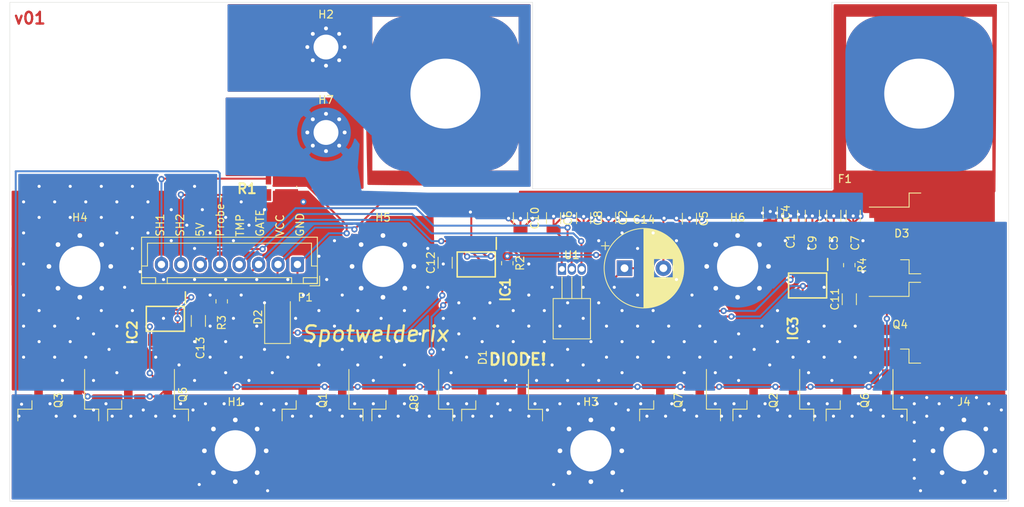
<source format=kicad_pcb>
(kicad_pcb (version 20171130) (host pcbnew "(5.1.9)-1")
  (layers (0 F.Cu signal) (31 B.Cu signal) (34 B.Paste user) (35 F.Paste user) (36 B.SilkS user) (37 F.SilkS user) (38 B.Mask user) (39 F.Mask user) (44 Edge.Cuts user))
  (net 0 "")
  (net 1 GND)
  (net 2 VCC)
  (net 3 +BATT)
  (net 4 Gate_logic)
  (net 5 Gate)
  (net 6 Dallas)
  (net 7 +5V)
  (net 8 R_Schunt_H)
  (net 9 R_Schunt_L)
  (net 10 FET_GND)
  (net 11 Probe-)
  (net 12 VCCQ)
  (module Diode_SMD:D_SMA (layer F.Cu) (at 110.6 105.8 90)
    (fp_text reference D2 (at 0 -2.5 90) (layer F.SilkS))
    (fp_text value D)
    (pad 2 smd rect (at 2 0 90) (size 2.5 1.8) (layers F.Cu F.Paste F.Mask) (net 12 VCCQ))
    (pad 1 smd rect (at -2 0 90) (size 2.5 1.8) (layers F.Cu F.Paste F.Mask) (net 2 VCC))
  )
  (module Capacitor_THT:CP_Radial_D10.0mm_P5.00mm (layer F.Cu) (at 155.25 99.5)
    (fp_text reference C14 (at 2.5 -6.25) (layer F.SilkS))
    (fp_text value 470µ)
    (pad 2 thru_hole circle (at 5 0) (size 2 2) (drill 1) (layers *.Cu *.Mask) (net 1 GND))
    (pad 1 thru_hole rect (at 0 0) (size 2 2) (drill 1) (layers *.Cu *.Mask) (net 2 VCC))
  )
  (module Capacitor_SMD:C_1206_3216Metric (layer F.Cu) (at 100.42 106.295 90)
    (fp_text reference C13 (at -3.475 0.25 90) (layer F.SilkS))
    (fp_text value 10µ)
    (pad 2 smd roundrect (at 1.475 0 90) (size 1.15 1.8) (layers F.Cu F.Paste F.Mask) (roundrect_rratio 0.2173904347826087) (net 1 GND))
    (pad 1 smd roundrect (at -1.475 0 90) (size 1.15 1.8) (layers F.Cu F.Paste F.Mask) (roundrect_rratio 0.2173904347826087) (net 2 VCC))
  )
  (module Capacitor_SMD:C_1206_3216Metric (layer F.Cu) (at 132.17 98.795 90)
    (fp_text reference C12 (at 0 -1.85 90) (layer F.SilkS))
    (fp_text value 10µ)
    (pad 2 smd roundrect (at 1.475 0 90) (size 1.15 1.8) (layers F.Cu F.Paste F.Mask) (roundrect_rratio 0.2173904347826087) (net 1 GND))
    (pad 1 smd roundrect (at -1.475 0 90) (size 1.15 1.8) (layers F.Cu F.Paste F.Mask) (roundrect_rratio 0.2173904347826087) (net 2 VCC))
  )
  (module Capacitor_SMD:C_1206_3216Metric (layer F.Cu) (at 184.17 103.495 90)
    (fp_text reference C11 (at 0 -1.85 90) (layer F.SilkS))
    (fp_text value 10µ)
    (pad 2 smd roundrect (at 1.475 0 90) (size 1.15 1.8) (layers F.Cu F.Paste F.Mask) (roundrect_rratio 0.2173904347826087) (net 1 GND))
    (pad 1 smd roundrect (at -1.475 0 90) (size 1.15 1.8) (layers F.Cu F.Paste F.Mask) (roundrect_rratio 0.2173904347826087) (net 2 VCC))
  )
  (module Resistor_SMD:R_0805_2012Metric (layer F.Cu) (at 184.17 99.1075 270)
    (fp_text reference R4 (at 0 -1.65 90) (layer F.SilkS))
    (fp_text value 10k)
    (pad 2 smd roundrect (at 0.9125 0 270) (size 1.025 1.4) (layers F.Cu F.Paste F.Mask) (roundrect_rratio 0.2439014634146341) (net 1 GND))
    (pad 1 smd roundrect (at -0.9125 0 270) (size 1.025 1.4) (layers F.Cu F.Paste F.Mask) (roundrect_rratio 0.2439014634146341) (net 4 Gate_logic))
  )
  (module Resistor_SMD:R_0805_2012Metric (layer F.Cu) (at 103.42 103.77 270)
    (fp_text reference R3 (at 2.75 0 90) (layer F.SilkS))
    (fp_text value 10k)
    (pad 2 smd roundrect (at 0.9125 0 270) (size 1.025 1.4) (layers F.Cu F.Paste F.Mask) (roundrect_rratio 0.2439014634146341) (net 1 GND))
    (pad 1 smd roundrect (at -0.9125 0 270) (size 1.025 1.4) (layers F.Cu F.Paste F.Mask) (roundrect_rratio 0.2439014634146341) (net 4 Gate_logic))
  )
  (module Resistor_SMD:R_0805_2012Metric (layer F.Cu) (at 140.17 98.8575 270)
    (fp_text reference R2 (at 0 -1.65 90) (layer F.SilkS))
    (fp_text value 10k)
    (pad 2 smd roundrect (at 0.9125 0 270) (size 1.025 1.4) (layers F.Cu F.Paste F.Mask) (roundrect_rratio 0.2439014634146341) (net 1 GND))
    (pad 1 smd roundrect (at -0.9125 0 270) (size 1.025 1.4) (layers F.Cu F.Paste F.Mask) (roundrect_rratio 0.2439014634146341) (net 4 Gate_logic))
  )
  (module SamacSys_Parts:SOIC127P600X175-8N (layer F.Cu) (at 178.805 101.732 270)
    (fp_text reference IC3 (at 5.538 1.885 90) (layer F.SilkS) (effects (font (size 1.27 1.27) (thickness 0.254))))
    (fp_text value IXDD604SIA hide)
    (pad 8 smd rect (at 2.712 -1.905) (size 0.65 1.525) (layers F.Cu F.Paste F.Mask) (net 2 VCC))
    (pad 7 smd rect (at 2.712 -0.635) (size 0.65 1.525) (layers F.Cu F.Paste F.Mask) (net 5 Gate))
    (pad 6 smd rect (at 2.712 0.635) (size 0.65 1.525) (layers F.Cu F.Paste F.Mask) (net 2 VCC))
    (pad 5 smd rect (at 2.712 1.905) (size 0.65 1.525) (layers F.Cu F.Paste F.Mask) (net 5 Gate))
    (pad 4 smd rect (at -2.712 1.905) (size 0.65 1.525) (layers F.Cu F.Paste F.Mask) (net 4 Gate_logic))
    (pad 3 smd rect (at -2.712 0.635) (size 0.65 1.525) (layers F.Cu F.Paste F.Mask) (net 1 GND))
    (pad 2 smd rect (at -2.712 -0.635) (size 0.65 1.525) (layers F.Cu F.Paste F.Mask) (net 4 Gate_logic))
    (pad 1 smd rect (at -2.712 -1.905) (size 0.65 1.525) (layers F.Cu F.Paste F.Mask) (net 2 VCC))
  )
  (module SamacSys_Parts:SOIC127P600X175-8N (layer F.Cu) (at 96.17 106.02 270)
    (fp_text reference IC2 (at 1.75 4.25 90) (layer F.SilkS) (effects (font (size 1.27 1.27) (thickness 0.254))))
    (fp_text value IXDD604SIA hide)
    (pad 8 smd rect (at 2.712 -1.905) (size 0.65 1.525) (layers F.Cu F.Paste F.Mask) (net 2 VCC))
    (pad 7 smd rect (at 2.712 -0.635) (size 0.65 1.525) (layers F.Cu F.Paste F.Mask) (net 5 Gate))
    (pad 6 smd rect (at 2.712 0.635) (size 0.65 1.525) (layers F.Cu F.Paste F.Mask) (net 2 VCC))
    (pad 5 smd rect (at 2.712 1.905) (size 0.65 1.525) (layers F.Cu F.Paste F.Mask) (net 5 Gate))
    (pad 4 smd rect (at -2.712 1.905) (size 0.65 1.525) (layers F.Cu F.Paste F.Mask) (net 4 Gate_logic))
    (pad 3 smd rect (at -2.712 0.635) (size 0.65 1.525) (layers F.Cu F.Paste F.Mask) (net 1 GND))
    (pad 2 smd rect (at -2.712 -0.635) (size 0.65 1.525) (layers F.Cu F.Paste F.Mask) (net 4 Gate_logic))
    (pad 1 smd rect (at -2.712 -1.905) (size 0.65 1.525) (layers F.Cu F.Paste F.Mask) (net 2 VCC))
  )
  (module MountingHole:MountingHole_3.2mm_M3_Pad_Via (layer F.Cu) (at 116.84 82.02)
    (fp_text reference H7 (at 0 -4.2) (layer F.SilkS))
    (fp_text value MountingHole_Pad)
    (pad 1 thru_hole circle (at 1.697056 -1.697056) (size 0.8 0.8) (drill 0.5) (layers *.Cu *.Mask) (net 1 GND))
    (pad 1 thru_hole circle (at 0 -2.4) (size 0.8 0.8) (drill 0.5) (layers *.Cu *.Mask) (net 1 GND))
    (pad 1 thru_hole circle (at -1.697056 -1.697056) (size 0.8 0.8) (drill 0.5) (layers *.Cu *.Mask) (net 1 GND))
    (pad 1 thru_hole circle (at -2.4 0) (size 0.8 0.8) (drill 0.5) (layers *.Cu *.Mask) (net 1 GND))
    (pad 1 thru_hole circle (at -1.697056 1.697056) (size 0.8 0.8) (drill 0.5) (layers *.Cu *.Mask) (net 1 GND))
    (pad 1 thru_hole circle (at 0 2.4) (size 0.8 0.8) (drill 0.5) (layers *.Cu *.Mask) (net 1 GND))
    (pad 1 thru_hole circle (at 1.697056 1.697056) (size 0.8 0.8) (drill 0.5) (layers *.Cu *.Mask) (net 1 GND))
    (pad 1 thru_hole circle (at 2.4 0) (size 0.8 0.8) (drill 0.5) (layers *.Cu *.Mask) (net 1 GND))
    (pad 1 thru_hole circle (at 0 0) (size 6.4 6.4) (drill 3.2) (layers *.Cu *.Mask) (net 1 GND))
  )
  (module MountingHole:MountingHole_3.2mm_M3_Pad_Via (layer F.Cu) (at 116.84 71.02)
    (fp_text reference H2 (at 0 -4.2) (layer F.SilkS))
    (fp_text value MountingHole_Pad)
    (pad 1 thru_hole circle (at 1.697056 -1.697056) (size 0.8 0.8) (drill 0.5) (layers *.Cu *.Mask) (net 3 +BATT))
    (pad 1 thru_hole circle (at 0 -2.4) (size 0.8 0.8) (drill 0.5) (layers *.Cu *.Mask) (net 3 +BATT))
    (pad 1 thru_hole circle (at -1.697056 -1.697056) (size 0.8 0.8) (drill 0.5) (layers *.Cu *.Mask) (net 3 +BATT))
    (pad 1 thru_hole circle (at -2.4 0) (size 0.8 0.8) (drill 0.5) (layers *.Cu *.Mask) (net 3 +BATT))
    (pad 1 thru_hole circle (at -1.697056 1.697056) (size 0.8 0.8) (drill 0.5) (layers *.Cu *.Mask) (net 3 +BATT))
    (pad 1 thru_hole circle (at 0 2.4) (size 0.8 0.8) (drill 0.5) (layers *.Cu *.Mask) (net 3 +BATT))
    (pad 1 thru_hole circle (at 1.697056 1.697056) (size 0.8 0.8) (drill 0.5) (layers *.Cu *.Mask) (net 3 +BATT))
    (pad 1 thru_hole circle (at 2.4 0) (size 0.8 0.8) (drill 0.5) (layers *.Cu *.Mask) (net 3 +BATT))
    (pad 1 thru_hole circle (at 0 0) (size 6.4 6.4) (drill 3.2) (layers *.Cu *.Mask) (net 3 +BATT))
  )
  (module MountingHole:MountingHole_5.3mm_M5_Pad_Via (layer F.Cu) (at 169.8 99.27)
    (fp_text reference H6 (at 0 -6.3) (layer F.SilkS))
    (fp_text value MountingHole_Pad)
    (pad 1 thru_hole circle (at 2.810749 -2.810749) (size 0.9 0.9) (drill 0.6) (layers *.Cu *.Mask) (net 10 FET_GND))
    (pad 1 thru_hole circle (at 0 -3.975) (size 0.9 0.9) (drill 0.6) (layers *.Cu *.Mask) (net 10 FET_GND))
    (pad 1 thru_hole circle (at -2.810749 -2.810749) (size 0.9 0.9) (drill 0.6) (layers *.Cu *.Mask) (net 10 FET_GND))
    (pad 1 thru_hole circle (at -3.975 0) (size 0.9 0.9) (drill 0.6) (layers *.Cu *.Mask) (net 10 FET_GND))
    (pad 1 thru_hole circle (at -2.810749 2.810749) (size 0.9 0.9) (drill 0.6) (layers *.Cu *.Mask) (net 10 FET_GND))
    (pad 1 thru_hole circle (at 0 3.975) (size 0.9 0.9) (drill 0.6) (layers *.Cu *.Mask) (net 10 FET_GND))
    (pad 1 thru_hole circle (at 2.810749 2.810749) (size 0.9 0.9) (drill 0.6) (layers *.Cu *.Mask) (net 10 FET_GND))
    (pad 1 thru_hole circle (at 3.975 0) (size 0.9 0.9) (drill 0.6) (layers *.Cu *.Mask) (net 10 FET_GND))
    (pad 1 thru_hole circle (at 0 0) (size 10.6 10.6) (drill 5.3) (layers *.Cu *.Mask) (net 10 FET_GND))
  )
  (module MountingHole:MountingHole_5.3mm_M5_Pad_Via (layer F.Cu) (at 124.17 99.27)
    (fp_text reference H5 (at 0 -6.3) (layer F.SilkS))
    (fp_text value MountingHole_Pad)
    (pad 1 thru_hole circle (at 2.810749 -2.810749) (size 0.9 0.9) (drill 0.6) (layers *.Cu *.Mask) (net 10 FET_GND))
    (pad 1 thru_hole circle (at 0 -3.975) (size 0.9 0.9) (drill 0.6) (layers *.Cu *.Mask) (net 10 FET_GND))
    (pad 1 thru_hole circle (at -2.810749 -2.810749) (size 0.9 0.9) (drill 0.6) (layers *.Cu *.Mask) (net 10 FET_GND))
    (pad 1 thru_hole circle (at -3.975 0) (size 0.9 0.9) (drill 0.6) (layers *.Cu *.Mask) (net 10 FET_GND))
    (pad 1 thru_hole circle (at -2.810749 2.810749) (size 0.9 0.9) (drill 0.6) (layers *.Cu *.Mask) (net 10 FET_GND))
    (pad 1 thru_hole circle (at 0 3.975) (size 0.9 0.9) (drill 0.6) (layers *.Cu *.Mask) (net 10 FET_GND))
    (pad 1 thru_hole circle (at 2.810749 2.810749) (size 0.9 0.9) (drill 0.6) (layers *.Cu *.Mask) (net 10 FET_GND))
    (pad 1 thru_hole circle (at 3.975 0) (size 0.9 0.9) (drill 0.6) (layers *.Cu *.Mask) (net 10 FET_GND))
    (pad 1 thru_hole circle (at 0 0) (size 10.6 10.6) (drill 5.3) (layers *.Cu *.Mask) (net 10 FET_GND))
  )
  (module MountingHole:MountingHole_5.3mm_M5_Pad_Via (layer F.Cu) (at 85.17 99.27)
    (fp_text reference H4 (at 0 -6.3) (layer F.SilkS))
    (fp_text value MountingHole_Pad)
    (pad 1 thru_hole circle (at 2.810749 -2.810749) (size 0.9 0.9) (drill 0.6) (layers *.Cu *.Mask) (net 10 FET_GND))
    (pad 1 thru_hole circle (at 0 -3.975) (size 0.9 0.9) (drill 0.6) (layers *.Cu *.Mask) (net 10 FET_GND))
    (pad 1 thru_hole circle (at -2.810749 -2.810749) (size 0.9 0.9) (drill 0.6) (layers *.Cu *.Mask) (net 10 FET_GND))
    (pad 1 thru_hole circle (at -3.975 0) (size 0.9 0.9) (drill 0.6) (layers *.Cu *.Mask) (net 10 FET_GND))
    (pad 1 thru_hole circle (at -2.810749 2.810749) (size 0.9 0.9) (drill 0.6) (layers *.Cu *.Mask) (net 10 FET_GND))
    (pad 1 thru_hole circle (at 0 3.975) (size 0.9 0.9) (drill 0.6) (layers *.Cu *.Mask) (net 10 FET_GND))
    (pad 1 thru_hole circle (at 2.810749 2.810749) (size 0.9 0.9) (drill 0.6) (layers *.Cu *.Mask) (net 10 FET_GND))
    (pad 1 thru_hole circle (at 3.975 0) (size 0.9 0.9) (drill 0.6) (layers *.Cu *.Mask) (net 10 FET_GND))
    (pad 1 thru_hole circle (at 0 0) (size 10.6 10.6) (drill 5.3) (layers *.Cu *.Mask) (net 10 FET_GND))
  )
  (module MountingHole:MountingHole_5.3mm_M5_Pad_Via (layer F.Cu) (at 150.92 123.02)
    (fp_text reference H3 (at 0 -6.3) (layer F.SilkS))
    (fp_text value MountingHole_Pad)
    (pad 1 thru_hole circle (at 2.810749 -2.810749) (size 0.9 0.9) (drill 0.6) (layers *.Cu *.Mask) (net 11 Probe-))
    (pad 1 thru_hole circle (at 0 -3.975) (size 0.9 0.9) (drill 0.6) (layers *.Cu *.Mask) (net 11 Probe-))
    (pad 1 thru_hole circle (at -2.810749 -2.810749) (size 0.9 0.9) (drill 0.6) (layers *.Cu *.Mask) (net 11 Probe-))
    (pad 1 thru_hole circle (at -3.975 0) (size 0.9 0.9) (drill 0.6) (layers *.Cu *.Mask) (net 11 Probe-))
    (pad 1 thru_hole circle (at -2.810749 2.810749) (size 0.9 0.9) (drill 0.6) (layers *.Cu *.Mask) (net 11 Probe-))
    (pad 1 thru_hole circle (at 0 3.975) (size 0.9 0.9) (drill 0.6) (layers *.Cu *.Mask) (net 11 Probe-))
    (pad 1 thru_hole circle (at 2.810749 2.810749) (size 0.9 0.9) (drill 0.6) (layers *.Cu *.Mask) (net 11 Probe-))
    (pad 1 thru_hole circle (at 3.975 0) (size 0.9 0.9) (drill 0.6) (layers *.Cu *.Mask) (net 11 Probe-))
    (pad 1 thru_hole circle (at 0 0) (size 10.6 10.6) (drill 5.3) (layers *.Cu *.Mask) (net 11 Probe-))
  )
  (module MountingHole:MountingHole_5.3mm_M5_Pad_Via (layer F.Cu) (at 105.17 123.02)
    (fp_text reference H1 (at 0 -6.3) (layer F.SilkS))
    (fp_text value MountingHole_Pad)
    (pad 1 thru_hole circle (at 2.810749 -2.810749) (size 0.9 0.9) (drill 0.6) (layers *.Cu *.Mask) (net 11 Probe-))
    (pad 1 thru_hole circle (at 0 -3.975) (size 0.9 0.9) (drill 0.6) (layers *.Cu *.Mask) (net 11 Probe-))
    (pad 1 thru_hole circle (at -2.810749 -2.810749) (size 0.9 0.9) (drill 0.6) (layers *.Cu *.Mask) (net 11 Probe-))
    (pad 1 thru_hole circle (at -3.975 0) (size 0.9 0.9) (drill 0.6) (layers *.Cu *.Mask) (net 11 Probe-))
    (pad 1 thru_hole circle (at -2.810749 2.810749) (size 0.9 0.9) (drill 0.6) (layers *.Cu *.Mask) (net 11 Probe-))
    (pad 1 thru_hole circle (at 0 3.975) (size 0.9 0.9) (drill 0.6) (layers *.Cu *.Mask) (net 11 Probe-))
    (pad 1 thru_hole circle (at 2.810749 2.810749) (size 0.9 0.9) (drill 0.6) (layers *.Cu *.Mask) (net 11 Probe-))
    (pad 1 thru_hole circle (at 3.975 0) (size 0.9 0.9) (drill 0.6) (layers *.Cu *.Mask) (net 11 Probe-))
    (pad 1 thru_hole circle (at 0 0) (size 10.6 10.6) (drill 5.3) (layers *.Cu *.Mask) (net 11 Probe-))
  )
  (module Package_TO_SOT_SMD:TO-263-2 (layer F.Cu) (at 127.945 120.612 270)
    (fp_text reference Q8 (at -3.842 -0.225 90) (layer F.SilkS))
    (fp_text value IRFB7430)
    (pad 2 smd rect (at 3.375 0 270) (size 9.4 10.8) (layers F.Cu F.Mask) (net 11 Probe-))
    (pad 3 smd rect (at -5.775 2.54 270) (size 4.6 1.1) (layers F.Cu F.Paste F.Mask) (net 10 FET_GND))
    (pad 1 smd rect (at -5.775 -2.54 270) (size 4.6 1.1) (layers F.Cu F.Paste F.Mask) (net 5 Gate))
  )
  (module Package_TO_SOT_SMD:TO-263-2 (layer F.Cu) (at 162.395 120.612 270)
    (fp_text reference Q7 (at -4.092 0.225 90) (layer F.SilkS))
    (fp_text value IRFB7430)
    (pad 2 smd rect (at 3.375 0 270) (size 9.4 10.8) (layers F.Cu F.Mask) (net 11 Probe-))
    (pad 3 smd rect (at -5.775 2.54 270) (size 4.6 1.1) (layers F.Cu F.Paste F.Mask) (net 10 FET_GND))
    (pad 1 smd rect (at -5.775 -2.54 270) (size 4.6 1.1) (layers F.Cu F.Paste F.Mask) (net 5 Gate))
  )
  (module Package_TO_SOT_SMD:TO-263-2 (layer F.Cu) (at 186.395 120.612 270)
    (fp_text reference Q6 (at -4.092 0.225 90) (layer F.SilkS))
    (fp_text value IRFB7430)
    (pad 2 smd rect (at 3.375 0 270) (size 9.4 10.8) (layers F.Cu F.Mask) (net 11 Probe-))
    (pad 3 smd rect (at -5.775 2.54 270) (size 4.6 1.1) (layers F.Cu F.Paste F.Mask) (net 10 FET_GND))
    (pad 1 smd rect (at -5.775 -2.54 270) (size 4.6 1.1) (layers F.Cu F.Paste F.Mask) (net 5 Gate))
  )
  (module Package_TO_SOT_SMD:TO-263-2 (layer F.Cu) (at 93.945 120.612 270)
    (fp_text reference Q5 (at -4.842 -4.475 90) (layer F.SilkS))
    (fp_text value IRFB7430)
    (pad 2 smd rect (at 3.375 0 270) (size 9.4 10.8) (layers F.Cu F.Mask) (net 11 Probe-))
    (pad 3 smd rect (at -5.775 2.54 270) (size 4.6 1.1) (layers F.Cu F.Paste F.Mask) (net 10 FET_GND))
    (pad 1 smd rect (at -5.775 -2.54 270) (size 4.6 1.1) (layers F.Cu F.Paste F.Mask) (net 5 Gate))
  )
  (module Package_TO_SOT_SMD:TO-263-2 (layer F.Cu) (at 194.8 106.525)
    (fp_text reference Q4 (at -4.092 0.225) (layer F.SilkS))
    (fp_text value IRFB7430)
    (pad 2 smd rect (at 3.375 0) (size 9.4 10.8) (layers F.Cu F.Mask) (net 11 Probe-))
    (pad 3 smd rect (at -5.775 2.54) (size 4.6 1.1) (layers F.Cu F.Paste F.Mask) (net 10 FET_GND))
    (pad 1 smd rect (at -5.775 -2.54) (size 4.6 1.1) (layers F.Cu F.Paste F.Mask) (net 5 Gate))
  )
  (module Package_TO_SOT_SMD:TO-263-2 (layer F.Cu) (at 82.395 120.612 270)
    (fp_text reference Q3 (at -4.092 -0.025 90) (layer F.SilkS))
    (fp_text value IRFB7430)
    (pad 2 smd rect (at 3.375 0 270) (size 9.4 10.8) (layers F.Cu F.Mask) (net 11 Probe-))
    (pad 3 smd rect (at -5.775 2.54 270) (size 4.6 1.1) (layers F.Cu F.Paste F.Mask) (net 10 FET_GND))
    (pad 1 smd rect (at -5.775 -2.54 270) (size 4.6 1.1) (layers F.Cu F.Paste F.Mask) (net 5 Gate))
  )
  (module Package_TO_SOT_SMD:TO-263-2 (layer F.Cu) (at 174.395 120.612 270)
    (fp_text reference Q2 (at -4.092 -0.025 90) (layer F.SilkS))
    (fp_text value IRFB7430)
    (pad 2 smd rect (at 3.375 0 270) (size 9.4 10.8) (layers F.Cu F.Mask) (net 11 Probe-))
    (pad 3 smd rect (at -5.775 2.54 270) (size 4.6 1.1) (layers F.Cu F.Paste F.Mask) (net 10 FET_GND))
    (pad 1 smd rect (at -5.775 -2.54 270) (size 4.6 1.1) (layers F.Cu F.Paste F.Mask) (net 5 Gate))
  )
  (module Package_TO_SOT_SMD:TO-263-2 (layer F.Cu) (at 116.395 120.612 270)
    (fp_text reference Q1 (at -4.092 -0.025 90) (layer F.SilkS))
    (fp_text value IRFB7430)
    (pad 2 smd rect (at 3.375 0 270) (size 9.4 10.8) (layers F.Cu F.Mask) (net 11 Probe-))
    (pad 3 smd rect (at -5.775 2.54 270) (size 4.6 1.1) (layers F.Cu F.Paste F.Mask) (net 10 FET_GND))
    (pad 1 smd rect (at -5.775 -2.54 270) (size 4.6 1.1) (layers F.Cu F.Paste F.Mask) (net 5 Gate))
  )
  (module Capacitor_SMD:C_1206_3216Metric (layer F.Cu) (at 176.62 92.77 270)
    (fp_text reference C1 (at 3.25 0 90) (layer F.SilkS))
    (fp_text value 10µ)
    (pad 2 smd roundrect (at 1.475 0 270) (size 1.15 1.8) (layers F.Cu F.Paste F.Mask) (roundrect_rratio 0.2173904347826087) (net 1 GND))
    (pad 1 smd roundrect (at -1.475 0 270) (size 1.15 1.8) (layers F.Cu F.Paste F.Mask) (roundrect_rratio 0.2173904347826087) (net 12 VCCQ))
  )
  (module Capacitor_SMD:C_1206_3216Metric (layer F.Cu) (at 153.2 93 270)
    (fp_text reference C2 (at 0 -1.85 90) (layer F.SilkS))
    (fp_text value 10µ)
    (pad 1 smd roundrect (at -1.475 0 270) (size 1.15 1.8) (layers F.Cu F.Paste F.Mask) (roundrect_rratio 0.2173904347826087) (net 12 VCCQ))
    (pad 2 smd roundrect (at 1.475 0 270) (size 1.15 1.8) (layers F.Cu F.Paste F.Mask) (roundrect_rratio 0.2173904347826087) (net 1 GND))
  )
  (module Capacitor_SMD:C_1206_3216Metric (layer F.Cu) (at 182.17 92.745 270)
    (fp_text reference C3 (at 3.525 0 90) (layer F.SilkS))
    (fp_text value 10µ)
    (pad 2 smd roundrect (at 1.475 0 270) (size 1.15 1.8) (layers F.Cu F.Paste F.Mask) (roundrect_rratio 0.2173904347826087) (net 1 GND))
    (pad 1 smd roundrect (at -1.475 0 270) (size 1.15 1.8) (layers F.Cu F.Paste F.Mask) (roundrect_rratio 0.2173904347826087) (net 12 VCCQ))
  )
  (module Capacitor_SMD:C_1206_3216Metric (layer F.Cu) (at 174 92.325 270)
    (fp_text reference C4 (at -0.025 -2 90) (layer F.SilkS))
    (fp_text value 10µ)
    (pad 1 smd roundrect (at -1.475 0 270) (size 1.15 1.8) (layers F.Cu F.Paste F.Mask) (roundrect_rratio 0.2173904347826087) (net 12 VCCQ))
    (pad 2 smd roundrect (at 1.475 0 270) (size 1.15 1.8) (layers F.Cu F.Paste F.Mask) (roundrect_rratio 0.2173904347826087) (net 1 GND))
  )
  (module Capacitor_SMD:C_1206_3216Metric (layer F.Cu) (at 163.6 93.125 270)
    (fp_text reference C5 (at 0 -1.85 90) (layer F.SilkS))
    (fp_text value 10µ)
    (pad 2 smd roundrect (at 1.475 0 270) (size 1.15 1.8) (layers F.Cu F.Paste F.Mask) (roundrect_rratio 0.2173904347826087) (net 1 GND))
    (pad 1 smd roundrect (at -1.475 0 270) (size 1.15 1.8) (layers F.Cu F.Paste F.Mask) (roundrect_rratio 0.2173904347826087) (net 12 VCCQ))
  )
  (module Capacitor_SMD:C_1206_3216Metric (layer F.Cu) (at 146.120999 93.045 270)
    (fp_text reference C6 (at 0 -1.85 90) (layer F.SilkS))
    (fp_text value 10µ)
    (pad 1 smd roundrect (at -1.475 0 270) (size 1.15 1.8) (layers F.Cu F.Paste F.Mask) (roundrect_rratio 0.2173904347826087) (net 12 VCCQ))
    (pad 2 smd roundrect (at 1.475 0 270) (size 1.15 1.8) (layers F.Cu F.Paste F.Mask) (roundrect_rratio 0.2173904347826087) (net 1 GND))
  )
  (module Capacitor_SMD:C_1206_3216Metric (layer F.Cu) (at 184.67 92.745 270)
    (fp_text reference C7 (at 3.525 -0.25 90) (layer F.SilkS))
    (fp_text value 10µ)
    (pad 2 smd roundrect (at 1.475 0 270) (size 1.15 1.8) (layers F.Cu F.Paste F.Mask) (roundrect_rratio 0.2173904347826087) (net 1 GND))
    (pad 1 smd roundrect (at -1.475 0 270) (size 1.15 1.8) (layers F.Cu F.Paste F.Mask) (roundrect_rratio 0.2173904347826087) (net 12 VCCQ))
  )
  (module Capacitor_SMD:C_1206_3216Metric (layer F.Cu) (at 149.99 93.045 270)
    (fp_text reference C8 (at 0 -1.85 90) (layer F.SilkS))
    (fp_text value 10µ)
    (pad 1 smd roundrect (at -1.475 0 270) (size 1.15 1.8) (layers F.Cu F.Paste F.Mask) (roundrect_rratio 0.2173904347826087) (net 12 VCCQ))
    (pad 2 smd roundrect (at 1.475 0 270) (size 1.15 1.8) (layers F.Cu F.Paste F.Mask) (roundrect_rratio 0.2173904347826087) (net 1 GND))
  )
  (module Capacitor_SMD:C_1206_3216Metric (layer F.Cu) (at 179.42 92.745 270)
    (fp_text reference C9 (at 3.525 0 90) (layer F.SilkS))
    (fp_text value 10µ)
    (pad 2 smd roundrect (at 1.475 0 270) (size 1.15 1.8) (layers F.Cu F.Paste F.Mask) (roundrect_rratio 0.2173904347826087) (net 1 GND))
    (pad 1 smd roundrect (at -1.475 0 270) (size 1.15 1.8) (layers F.Cu F.Paste F.Mask) (roundrect_rratio 0.2173904347826087) (net 12 VCCQ))
  )
  (module Capacitor_SMD:C_1206_3216Metric (layer F.Cu) (at 141.862 93.045 270)
    (fp_text reference C10 (at 0 -1.85 90) (layer F.SilkS))
    (fp_text value 10µ)
    (pad 1 smd roundrect (at -1.475 0 270) (size 1.15 1.8) (layers F.Cu F.Paste F.Mask) (roundrect_rratio 0.2173904347826087) (net 12 VCCQ))
    (pad 2 smd roundrect (at 1.475 0 270) (size 1.15 1.8) (layers F.Cu F.Paste F.Mask) (roundrect_rratio 0.2173904347826087) (net 1 GND))
  )
  (module Package_TO_SOT_SMD:TO-263-2_TabPin1 (layer F.Cu) (at 139.5 120.625 270)
    (fp_text reference D1 (at -9.625 2.5 90) (layer F.SilkS))
    (fp_text value RF2001NS2D)
    (pad 1 smd rect (at -5.775 -2.54 270) (size 4.6 1.1) (layers F.Cu F.Paste F.Mask) (net 11 Probe-))
    (pad 2 smd rect (at -5.775 2.54 270) (size 4.6 1.1) (layers F.Cu F.Paste F.Mask) (net 10 FET_GND))
    (pad 1 smd rect (at 3.375 0 270) (size 9.4 10.8) (layers F.Cu F.Mask) (net 11 Probe-))
  )
  (module Package_TO_SOT_SMD:TO-263-2_TabPin1 (layer F.Cu) (at 194.818 95.02)
    (fp_text reference D3 (at -3.898 0) (layer F.SilkS))
    (fp_text value RF2001NS2D)
    (pad 1 smd rect (at -5.775 -2.54) (size 4.6 1.1) (layers F.Cu F.Paste F.Mask) (net 12 VCCQ))
    (pad 2 smd rect (at -5.775 2.54) (size 4.6 1.1) (layers F.Cu F.Paste F.Mask) (net 11 Probe-))
    (pad 1 smd rect (at 3.375 0) (size 9.4 10.8) (layers F.Cu F.Mask) (net 12 VCCQ))
  )
  (module my_parts:ANL_Fuse (layer F.Cu) (at 193.17 77.02 180)
    (fp_text reference F1 (at 9.57 -10.98) (layer F.SilkS))
    (fp_text value 300A)
    (pad 1 thru_hole roundrect (at 0 0 180) (size 19.01 20.01) (drill 9.01) (layers *.Cu *.Mask) (net 12 VCCQ))
    (pad 2 thru_hole roundrect (at 60.96 0 180) (size 19.01 20.01) (drill 9.01) (layers *.Cu *.Mask) (net 3 +BATT))
  )
  (module SamacSys_Parts:SOIC127P600X175-8N (layer F.Cu) (at 136.17 99.02 270)
    (fp_text reference IC1 (at 3.25 -3.75 90) (layer F.SilkS) (effects (font (size 1.27 1.27) (thickness 0.254))))
    (fp_text value IXDD604SIA hide)
    (pad 1 smd rect (at -2.712 -1.905) (size 0.65 1.525) (layers F.Cu F.Paste F.Mask) (net 2 VCC))
    (pad 2 smd rect (at -2.712 -0.635) (size 0.65 1.525) (layers F.Cu F.Paste F.Mask) (net 4 Gate_logic))
    (pad 3 smd rect (at -2.712 0.635) (size 0.65 1.525) (layers F.Cu F.Paste F.Mask) (net 1 GND))
    (pad 4 smd rect (at -2.712 1.905) (size 0.65 1.525) (layers F.Cu F.Paste F.Mask) (net 4 Gate_logic))
    (pad 5 smd rect (at 2.712 1.905) (size 0.65 1.525) (layers F.Cu F.Paste F.Mask) (net 5 Gate))
    (pad 6 smd rect (at 2.712 0.635) (size 0.65 1.525) (layers F.Cu F.Paste F.Mask) (net 2 VCC))
    (pad 7 smd rect (at 2.712 -0.635) (size 0.65 1.525) (layers F.Cu F.Paste F.Mask) (net 5 Gate))
    (pad 8 smd rect (at 2.712 -1.905) (size 0.65 1.525) (layers F.Cu F.Paste F.Mask) (net 2 VCC))
  )
  (module MountingHole:MountingHole_5.3mm_M5_Pad_Via (layer F.Cu) (at 198.92 123.02)
    (fp_text reference J4 (at 0 -6.3) (layer F.SilkS))
    (fp_text value probe-)
    (pad 1 thru_hole circle (at 2.810749 -2.810749) (size 0.9 0.9) (drill 0.6) (layers *.Cu *.Mask) (net 11 Probe-))
    (pad 1 thru_hole circle (at 0 -3.975) (size 0.9 0.9) (drill 0.6) (layers *.Cu *.Mask) (net 11 Probe-))
    (pad 1 thru_hole circle (at -2.810749 -2.810749) (size 0.9 0.9) (drill 0.6) (layers *.Cu *.Mask) (net 11 Probe-))
    (pad 1 thru_hole circle (at -3.975 0) (size 0.9 0.9) (drill 0.6) (layers *.Cu *.Mask) (net 11 Probe-))
    (pad 1 thru_hole circle (at -2.810749 2.810749) (size 0.9 0.9) (drill 0.6) (layers *.Cu *.Mask) (net 11 Probe-))
    (pad 1 thru_hole circle (at 0 3.975) (size 0.9 0.9) (drill 0.6) (layers *.Cu *.Mask) (net 11 Probe-))
    (pad 1 thru_hole circle (at 2.810749 2.810749) (size 0.9 0.9) (drill 0.6) (layers *.Cu *.Mask) (net 11 Probe-))
    (pad 1 thru_hole circle (at 3.975 0) (size 0.9 0.9) (drill 0.6) (layers *.Cu *.Mask) (net 11 Probe-))
    (pad 1 thru_hole circle (at 0 0) (size 10.6 10.6) (drill 5.3) (layers *.Cu *.Mask) (net 11 Probe-))
  )
  (module Connector_JST:JST_XH_B8B-XH-A_1x08_P2.50mm_Vertical (layer F.Cu) (at 113.17 99.02 180)
    (fp_text reference P1 (at -1 -4.25) (layer F.SilkS))
    (fp_text value CONN_01X08)
    (pad 8 thru_hole oval (at 17.5 0 180) (size 1.7 1.95) (drill 0.95) (layers *.Cu *.Mask) (net 9 R_Schunt_L))
    (pad 7 thru_hole oval (at 15 0 180) (size 1.7 1.95) (drill 0.95) (layers *.Cu *.Mask) (net 8 R_Schunt_H))
    (pad 6 thru_hole oval (at 12.5 0 180) (size 1.7 1.95) (drill 0.95) (layers *.Cu *.Mask) (net 7 +5V))
    (pad 5 thru_hole oval (at 10 0 180) (size 1.7 1.95) (drill 0.95) (layers *.Cu *.Mask) (net 11 Probe-))
    (pad 4 thru_hole oval (at 7.5 0 180) (size 1.7 1.95) (drill 0.95) (layers *.Cu *.Mask) (net 6 Dallas))
    (pad 3 thru_hole oval (at 5 0 180) (size 1.7 1.95) (drill 0.95) (layers *.Cu *.Mask) (net 4 Gate_logic))
    (pad 2 thru_hole oval (at 2.5 0 180) (size 1.7 1.95) (drill 0.95) (layers *.Cu *.Mask) (net 12 VCCQ))
    (pad 1 thru_hole roundrect (at 0 0 180) (size 1.7 1.95) (drill 0.95) (layers *.Cu *.Mask) (roundrect_rratio 0.1470588235294118) (net 1 GND))
  )
  (module SamacSys_Parts:WSK12161L000FEA (layer F.Cu) (at 111.17 89.02 180)
    (fp_text reference R1 (at 4.5 -0.25) (layer F.SilkS) (effects (font (size 1.27 1.27) (thickness 0.254))))
    (fp_text value R_Shunt hide)
    (pad 4 smd rect (at -0.6 -1.053 270) (size 1.495 2.95) (layers F.Cu F.Paste F.Mask) (net 10 FET_GND))
    (pad 3 smd rect (at 1.725 -1.053 180) (size 0.7 1.495) (layers F.Cu F.Paste F.Mask) (net 8 R_Schunt_H))
    (pad 2 smd rect (at 1.725 1.053 180) (size 0.7 1.495) (layers F.Cu F.Paste F.Mask) (net 9 R_Schunt_L))
    (pad 1 smd rect (at -0.6 1.053 270) (size 1.495 2.95) (layers F.Cu F.Paste F.Mask) (net 1 GND))
  )
  (module Package_TO_SOT_THT:TO-92_Inline_Horizontal1 (layer F.Cu) (at 147.2 99.6)
    (fp_text reference U1 (at 1.27 -1.78) (layer F.SilkS))
    (fp_text value DS18B20)
    (pad 2 thru_hole oval (at 1.27 0) (size 1.05 1.5) (drill 0.75) (layers *.Cu *.Mask) (net 6 Dallas))
    (pad 3 thru_hole oval (at 2.54 0) (size 1.05 1.5) (drill 0.75) (layers *.Cu *.Mask) (net 7 +5V))
    (pad 1 thru_hole rect (at 0 0) (size 1.05 1.5) (drill 0.75) (layers *.Cu *.Mask) (net 1 GND))
  )
  (gr_text DIODE! (at 141.5 111.25) (layer F.SilkS) (effects (font (size 1.5 1.5) (thickness 0.3))))
  (gr_text "GND\n" (at 113.5 93.904762 90) (layer F.SilkS) (effects (font (size 1 1))))
  (gr_text VCC (at 110.928568 94 90) (layer F.SilkS) (effects (font (size 1 1))))
  (gr_text GATE (at 108.35714 93.666666 90) (layer F.SilkS) (effects (font (size 1 1))))
  (gr_text TMP (at 105.785712 93.97619 90) (layer F.SilkS) (effects (font (size 1 1))))
  (gr_text Probe- (at 103.214284 92.666666 90) (layer F.SilkS) (effects (font (size 1 1))))
  (gr_text 5V (at 100.642856 94.523809 90) (layer F.SilkS) (effects (font (size 1 1))))
  (gr_text "SH2\n" (at 98.071428 93.952381 90) (layer F.SilkS) (effects (font (size 1 1))))
  (gr_text SH1 (at 95.5 93.952381 90) (layer F.SilkS) (effects (font (size 1 1))))
  (gr_text Spotwelderix (at 123.19 107.95) (layer F.SilkS) (effects (font (size 2 2) (thickness 0.3) italic)))
  (gr_text v01 (at 78.74 67.31) (layer F.Cu) (effects (font (size 1.5 1.5) (thickness 0.3))))
  (gr_line (start 204.67 65.27) (end 204.67 129.52) (layer Edge.Cuts) (width 0.05))
  (gr_line (start 181.92 65.27) (end 204.67 65.27) (layer Edge.Cuts) (width 0.05))
  (gr_line (start 181.92 89.27) (end 181.92 65.27) (layer Edge.Cuts) (width 0.05))
  (gr_line (start 143.42 89.27) (end 181.92 89.27) (layer Edge.Cuts) (width 0.05))
  (gr_line (start 143.42 65.27) (end 143.42 89.27) (layer Edge.Cuts) (width 0.05))
  (gr_line (start 76.17 65.27) (end 143.42 65.27) (layer Edge.Cuts) (width 0.05))
  (gr_line (start 76.17 129.52) (end 76.17 65.27) (layer Edge.Cuts) (width 0.05))
  (gr_line (start 204.67 129.52) (end 76.17 129.52) (layer Edge.Cuts) (width 0.05))
  (segment (start 111.77 87.967) (end 111.77 82.62) (width 0.25) (layer F.Cu) (net 1))
  (segment (start 95.535 103.710502) (end 95.535 103.308) (width 0.25) (layer F.Cu) (net 1))
  (segment (start 96.669498 104.845) (end 95.535 103.710502) (width 0.25) (layer F.Cu) (net 1))
  (segment (start 103.42 104.6825) (end 107.5075 104.6825) (width 0.25) (layer F.Cu) (net 1))
  (segment (start 100.395 104.845) (end 100.42 104.82) (width 0.25) (layer F.Cu) (net 1))
  (segment (start 96.669498 104.845) (end 100.395 104.845) (width 0.25) (layer F.Cu) (net 1))
  (segment (start 103.2825 104.82) (end 103.42 104.6825) (width 0.25) (layer F.Cu) (net 1))
  (segment (start 100.42 104.82) (end 103.2825 104.82) (width 0.25) (layer F.Cu) (net 1))
  (segment (start 135.535 97.3205) (end 135.535 96.308) (width 0.25) (layer F.Cu) (net 1))
  (via (at 184.67 92.77) (size 0.8) (drill 0.4) (layers F.Cu B.Cu) (net 1))
  (segment (start 184.67 94.22) (end 184.67 92.77) (width 0.25) (layer F.Cu) (net 1))
  (segment (start 182.17 94.22) (end 182.17 92.77) (width 0.25) (layer F.Cu) (net 1))
  (via (at 182.17 92.77) (size 0.8) (drill 0.4) (layers F.Cu B.Cu) (net 1))
  (segment (start 179.42 94.22) (end 179.42 92.77) (width 0.25) (layer F.Cu) (net 1))
  (via (at 179.42 92.77) (size 0.8) (drill 0.4) (layers F.Cu B.Cu) (net 1))
  (segment (start 176.62 94.245) (end 176.62 92.77) (width 0.25) (layer F.Cu) (net 1))
  (via (at 176.62 92.77) (size 0.8) (drill 0.4) (layers F.Cu B.Cu) (net 1))
  (segment (start 146.120999 94.52) (end 146.120999 92.819001) (width 0.25) (layer F.Cu) (net 1))
  (via (at 146.120999 92.819001) (size 0.8) (drill 0.4) (layers F.Cu B.Cu) (net 1))
  (segment (start 141.862 94.52) (end 141.862 93.078) (width 0.25) (layer F.Cu) (net 1))
  (via (at 141.862 93.078) (size 0.8) (drill 0.4) (layers F.Cu B.Cu) (net 1))
  (segment (start 149.99 94.52) (end 149.99 92.84) (width 0.25) (layer F.Cu) (net 1))
  (via (at 149.99 92.84) (size 0.8) (drill 0.4) (layers F.Cu B.Cu) (net 1))
  (segment (start 135.535 96.308) (end 135.535 92.385) (width 0.25) (layer F.Cu) (net 1))
  (via (at 135.42 92.27) (size 0.8) (drill 0.4) (layers F.Cu B.Cu) (net 1))
  (segment (start 135.535 92.385) (end 135.42 92.27) (width 0.25) (layer F.Cu) (net 1))
  (segment (start 137.9845 99.77) (end 140.17 99.77) (width 0.25) (layer F.Cu) (net 1))
  (segment (start 147.370999 92.819001) (end 148.17 92.02) (width 0.25) (layer B.Cu) (net 1))
  (segment (start 146.120999 92.819001) (end 147.370999 92.819001) (width 0.25) (layer B.Cu) (net 1))
  (segment (start 148.17 92.02) (end 148.67 92.52) (width 0.25) (layer B.Cu) (net 1))
  (segment (start 149.67 92.52) (end 149.99 92.84) (width 0.25) (layer B.Cu) (net 1))
  (segment (start 148.67 92.52) (end 149.67 92.52) (width 0.25) (layer B.Cu) (net 1))
  (segment (start 156.42 92.52) (end 156.593749 92.346251) (width 0.25) (layer B.Cu) (net 1))
  (segment (start 155.67 92.52) (end 156.42 92.52) (width 0.25) (layer B.Cu) (net 1))
  (segment (start 156.593749 92.346251) (end 156.593749 92.443749) (width 0.25) (layer B.Cu) (net 1))
  (segment (start 156.593749 92.443749) (end 157.214 93.064) (width 0.25) (layer B.Cu) (net 1))
  (segment (start 162.876 93.064) (end 162.92 93.02) (width 0.25) (layer B.Cu) (net 1))
  (segment (start 176.37 93.02) (end 176.62 92.77) (width 0.25) (layer B.Cu) (net 1))
  (segment (start 150.31 92.52) (end 149.99 92.84) (width 0.25) (layer B.Cu) (net 1))
  (segment (start 155.67 92.52) (end 150.31 92.52) (width 0.25) (layer B.Cu) (net 1))
  (segment (start 145.862 93.078) (end 146.120999 92.819001) (width 0.25) (layer B.Cu) (net 1))
  (segment (start 136.228 93.078) (end 135.42 92.27) (width 0.25) (layer B.Cu) (net 1))
  (segment (start 147.17 95.569001) (end 146.120999 94.52) (width 0.25) (layer F.Cu) (net 1))
  (segment (start 147.17 99.02) (end 147.17 95.569001) (width 0.25) (layer F.Cu) (net 1))
  (segment (start 113.17 99.02) (end 116.42 95.77) (width 0.25) (layer B.Cu) (net 1))
  (segment (start 112.37 82.02) (end 111.77 82.62) (width 0.25) (layer F.Cu) (net 1))
  (segment (start 114.92 82.02) (end 112.37 82.02) (width 0.25) (layer F.Cu) (net 1))
  (segment (start 133.078003 97.32) (end 134.900753 99.14275) (width 0.25) (layer F.Cu) (net 1))
  (segment (start 134.900753 99.14275) (end 137.35725 99.14275) (width 0.25) (layer F.Cu) (net 1))
  (segment (start 132.17 97.32) (end 133.078003 97.32) (width 0.25) (layer F.Cu) (net 1))
  (segment (start 137.35725 99.14275) (end 137.9845 99.77) (width 0.25) (layer F.Cu) (net 1))
  (segment (start 135.535 97.3205) (end 137.35725 99.14275) (width 0.25) (layer F.Cu) (net 1))
  (via (at 119.5 95) (size 0.8) (drill 0.4) (layers F.Cu B.Cu) (net 1))
  (segment (start 117.19 95) (end 119.5 95) (width 0.25) (layer B.Cu) (net 1))
  (segment (start 116.42 95.77) (end 117.19 95) (width 0.25) (layer B.Cu) (net 1))
  (segment (start 113.495 87.967) (end 111.77 87.967) (width 0.25) (layer F.Cu) (net 1))
  (segment (start 119.5 93.972) (end 113.495 87.967) (width 0.25) (layer F.Cu) (net 1))
  (segment (start 119.5 95) (end 119.5 93.972) (width 0.25) (layer F.Cu) (net 1))
  (via (at 140.328 93.078) (size 0.8) (drill 0.4) (layers F.Cu B.Cu) (net 1))
  (segment (start 141.77 94.52) (end 140.328 93.078) (width 0.25) (layer F.Cu) (net 1))
  (segment (start 141.862 94.52) (end 141.77 94.52) (width 0.25) (layer F.Cu) (net 1))
  (segment (start 140.328 93.078) (end 136.228 93.078) (width 0.25) (layer B.Cu) (net 1))
  (segment (start 141.862 93.078) (end 140.328 93.078) (width 0.25) (layer B.Cu) (net 1))
  (via (at 143.422 93.078) (size 0.8) (drill 0.4) (layers F.Cu B.Cu) (net 1))
  (segment (start 141.98 94.52) (end 143.422 93.078) (width 0.25) (layer F.Cu) (net 1))
  (segment (start 141.862 94.52) (end 141.98 94.52) (width 0.25) (layer F.Cu) (net 1))
  (segment (start 143.422 93.078) (end 145.862 93.078) (width 0.25) (layer B.Cu) (net 1))
  (segment (start 141.862 93.078) (end 143.422 93.078) (width 0.25) (layer B.Cu) (net 1))
  (via (at 147.370999 92.819001) (size 0.8) (drill 0.4) (layers F.Cu B.Cu) (net 1))
  (segment (start 146.120999 94.069001) (end 147.370999 92.819001) (width 0.25) (layer F.Cu) (net 1))
  (segment (start 146.120999 94.52) (end 146.120999 94.069001) (width 0.25) (layer F.Cu) (net 1))
  (via (at 148.75 92.75) (size 0.8) (drill 0.4) (layers F.Cu B.Cu) (net 1))
  (segment (start 149.99 93.99) (end 148.75 92.75) (width 0.25) (layer F.Cu) (net 1))
  (segment (start 149.99 94.52) (end 149.99 93.99) (width 0.25) (layer F.Cu) (net 1))
  (segment (start 154.054 94.52) (end 154.02 94.52) (width 0.25) (layer F.Cu) (net 1))
  (segment (start 157.436 93.064) (end 158.626 93.064) (width 0.25) (layer B.Cu) (net 1))
  (segment (start 157.214 93.064) (end 157.436 93.064) (width 0.25) (layer B.Cu) (net 1))
  (segment (start 158.626 93.064) (end 159.814 93.064) (width 0.25) (layer B.Cu) (net 1))
  (segment (start 164 93.04) (end 164.02 93.02) (width 0.25) (layer F.Cu) (net 1))
  (segment (start 164.02 93.02) (end 176.17 93.02) (width 0.25) (layer B.Cu) (net 1))
  (via (at 185.6 92.8) (size 0.8) (drill 0.4) (layers F.Cu B.Cu) (net 1))
  (segment (start 184.67 93.73) (end 185.6 92.8) (width 0.25) (layer F.Cu) (net 1))
  (segment (start 184.67 94.22) (end 184.67 93.73) (width 0.25) (layer F.Cu) (net 1))
  (via (at 183.63 92.77) (size 0.8) (drill 0.4) (layers F.Cu B.Cu) (net 1))
  (segment (start 184.67 93.81) (end 183.63 92.77) (width 0.25) (layer F.Cu) (net 1))
  (segment (start 183.63 92.77) (end 184.67 92.77) (width 0.25) (layer B.Cu) (net 1))
  (segment (start 184.67 94.22) (end 184.67 93.81) (width 0.25) (layer F.Cu) (net 1))
  (segment (start 182.17 92.77) (end 183.63 92.77) (width 0.25) (layer B.Cu) (net 1))
  (segment (start 182.17 94.22) (end 181.2 93.25) (width 0.25) (layer F.Cu) (net 1))
  (segment (start 181.2 93.25) (end 181.2 93) (width 0.25) (layer F.Cu) (net 1))
  (via (at 181.17 92.77) (size 0.8) (drill 0.4) (layers F.Cu B.Cu) (net 1))
  (segment (start 181.17 92.97) (end 181.17 92.77) (width 0.25) (layer F.Cu) (net 1))
  (segment (start 181.2 93) (end 181.17 92.97) (width 0.25) (layer F.Cu) (net 1))
  (segment (start 181.17 92.77) (end 182.17 92.77) (width 0.25) (layer B.Cu) (net 1))
  (segment (start 179.42 92.77) (end 181.17 92.77) (width 0.25) (layer B.Cu) (net 1))
  (segment (start 179.42 93.98) (end 180.4 93) (width 0.25) (layer F.Cu) (net 1))
  (via (at 180.4 93) (size 0.8) (drill 0.4) (layers F.Cu B.Cu) (net 1))
  (segment (start 179.42 94.22) (end 179.42 93.98) (width 0.25) (layer F.Cu) (net 1))
  (segment (start 179.42 94.22) (end 179.02 94.22) (width 0.25) (layer F.Cu) (net 1))
  (segment (start 179.02 94.22) (end 178.57 93.77) (width 0.25) (layer F.Cu) (net 1))
  (segment (start 178.57 93.77) (end 178.57 92.77) (width 0.25) (layer F.Cu) (net 1))
  (segment (start 178.57 92.77) (end 179.42 92.77) (width 0.25) (layer B.Cu) (net 1))
  (via (at 178.57 92.77) (size 0.8) (drill 0.4) (layers F.Cu B.Cu) (net 1))
  (segment (start 176.62 94.245) (end 176.955 94.245) (width 0.25) (layer F.Cu) (net 1))
  (via (at 177.63 92.57) (size 0.8) (drill 0.4) (layers F.Cu B.Cu) (net 1))
  (segment (start 177.63 93.57) (end 177.63 92.77) (width 0.25) (layer F.Cu) (net 1))
  (segment (start 176.955 94.245) (end 177.63 93.57) (width 0.25) (layer F.Cu) (net 1))
  (segment (start 177.43 92.77) (end 178.57 92.77) (width 0.25) (layer B.Cu) (net 1))
  (segment (start 176.62 92.77) (end 177.63 92.77) (width 0.25) (layer B.Cu) (net 1))
  (segment (start 176.62 94.245) (end 176.245 94.245) (width 0.25) (layer F.Cu) (net 1))
  (via (at 175.6 92.8) (size 0.8) (drill 0.4) (layers F.Cu B.Cu) (net 1))
  (segment (start 175.6 93.6) (end 175.6 92.8) (width 0.25) (layer F.Cu) (net 1))
  (segment (start 176.245 94.245) (end 175.6 93.6) (width 0.25) (layer F.Cu) (net 1))
  (segment (start 174 93.8) (end 174.2 93.8) (width 0.25) (layer F.Cu) (net 1))
  (via (at 174.8 92.4) (size 0.8) (drill 0.4) (layers F.Cu B.Cu) (net 1))
  (segment (start 174.8 93.2) (end 174.8 92.4) (width 0.25) (layer F.Cu) (net 1))
  (segment (start 174.2 93.8) (end 174.8 93.2) (width 0.25) (layer F.Cu) (net 1))
  (via (at 174 92.2) (size 0.8) (drill 0.4) (layers F.Cu B.Cu) (net 1))
  (segment (start 174 93.8) (end 174 92.2) (width 0.25) (layer F.Cu) (net 1))
  (via (at 173 92.4) (size 0.8) (drill 0.4) (layers F.Cu B.Cu) (net 1))
  (segment (start 174 93.4) (end 173 92.4) (width 0.25) (layer F.Cu) (net 1))
  (segment (start 174 93.8) (end 174 93.4) (width 0.25) (layer F.Cu) (net 1))
  (segment (start 113.17 103.965002) (end 113.17 99.02) (width 0.25) (layer F.Cu) (net 1))
  (segment (start 111.760001 105.375001) (end 113.17 103.965002) (width 0.25) (layer F.Cu) (net 1))
  (segment (start 108.200001 105.375001) (end 111.760001 105.375001) (width 0.25) (layer F.Cu) (net 1))
  (segment (start 107.5075 104.6825) (end 108.200001 105.375001) (width 0.25) (layer F.Cu) (net 1))
  (via (at 151 93) (size 0.8) (drill 0.4) (layers F.Cu B.Cu) (net 1))
  (segment (start 149.99 94.01) (end 151 93) (width 0.25) (layer F.Cu) (net 1))
  (segment (start 149.99 94.52) (end 149.99 94.01) (width 0.25) (layer F.Cu) (net 1))
  (via (at 152 93) (size 0.8) (drill 0.4) (layers F.Cu B.Cu) (net 1))
  (segment (start 153.2 94.2) (end 152 93) (width 0.25) (layer F.Cu) (net 1))
  (segment (start 153.2 94.475) (end 153.2 94.2) (width 0.25) (layer F.Cu) (net 1))
  (via (at 153.2 93) (size 0.8) (drill 0.4) (layers F.Cu B.Cu) (net 1))
  (segment (start 153.2 94.475) (end 153.2 93) (width 0.25) (layer F.Cu) (net 1))
  (via (at 154.4 93) (size 0.8) (drill 0.4) (layers F.Cu B.Cu) (net 1))
  (segment (start 153.2 94.2) (end 154.4 93) (width 0.25) (layer F.Cu) (net 1))
  (segment (start 163.6 94.6) (end 164.2 94.6) (width 0.25) (layer F.Cu) (net 1))
  (via (at 165.2 93.2) (size 0.8) (drill 0.4) (layers F.Cu B.Cu) (net 1))
  (segment (start 164.2 94.2) (end 165.2 93.2) (width 0.25) (layer F.Cu) (net 1))
  (segment (start 164.2 94.6) (end 164.2 94.2) (width 0.25) (layer F.Cu) (net 1))
  (via (at 163.62 93.02) (size 0.8) (drill 0.4) (layers F.Cu B.Cu) (net 1))
  (segment (start 163.6 94.6) (end 163.6 93.04) (width 0.25) (layer F.Cu) (net 1))
  (segment (start 163.62 93.02) (end 164.02 93.02) (width 0.25) (layer B.Cu) (net 1))
  (segment (start 163.6 93.04) (end 163.62 93.02) (width 0.25) (layer F.Cu) (net 1))
  (segment (start 162.92 93.02) (end 163.62 93.02) (width 0.25) (layer B.Cu) (net 1))
  (segment (start 163.472 94.6) (end 161.936 93.064) (width 0.25) (layer F.Cu) (net 1))
  (segment (start 163.6 94.6) (end 163.472 94.6) (width 0.25) (layer F.Cu) (net 1))
  (segment (start 161.936 93.064) (end 162.876 93.064) (width 0.25) (layer B.Cu) (net 1))
  (via (at 161.936 93.064) (size 0.8) (drill 0.4) (layers F.Cu B.Cu) (net 1))
  (segment (start 161.814 93.064) (end 161.936 93.064) (width 0.25) (layer B.Cu) (net 1))
  (segment (start 160.25 93.15) (end 160.336 93.064) (width 0.25) (layer F.Cu) (net 1))
  (segment (start 160.25 99.5) (end 160.25 93.15) (width 0.25) (layer F.Cu) (net 1))
  (segment (start 160.336 93.064) (end 161.814 93.064) (width 0.25) (layer B.Cu) (net 1))
  (via (at 160.336 93.064) (size 0.8) (drill 0.4) (layers F.Cu B.Cu) (net 1))
  (segment (start 159.814 93.064) (end 160.336 93.064) (width 0.25) (layer B.Cu) (net 1))
  (segment (start 184.17 100.02) (end 185.18 100.02) (width 0.25) (layer F.Cu) (net 1))
  (segment (start 185.19501 94.74501) (end 184.67 94.22) (width 0.25) (layer F.Cu) (net 1))
  (segment (start 185.19501 100.00499) (end 185.19501 94.74501) (width 0.25) (layer F.Cu) (net 1))
  (segment (start 185.18 100.02) (end 185.19501 100.00499) (width 0.25) (layer F.Cu) (net 1))
  (segment (start 184.17 102.02) (end 184.79 101.4) (width 0.25) (layer F.Cu) (net 1))
  (segment (start 184.79 100.41) (end 185.18 100.02) (width 0.25) (layer F.Cu) (net 1))
  (segment (start 184.79 101.4) (end 184.79 100.41) (width 0.25) (layer F.Cu) (net 1))
  (segment (start 178.17 95.795) (end 176.62 94.245) (width 0.25) (layer F.Cu) (net 1))
  (segment (start 178.17 99.02) (end 178.17 95.795) (width 0.25) (layer F.Cu) (net 1))
  (segment (start 100.42 107.77) (end 98.92 107.77) (width 0.25) (layer F.Cu) (net 2))
  (segment (start 95.535 107.7195) (end 95.535 108.732) (width 0.25) (layer F.Cu) (net 2))
  (segment (start 95.610001 107.644499) (end 95.535 107.7195) (width 0.25) (layer F.Cu) (net 2))
  (segment (start 98.92 107.77) (end 98.794499 107.644499) (width 0.25) (layer F.Cu) (net 2))
  (segment (start 100.42 107.77) (end 104.42 107.77) (width 0.25) (layer F.Cu) (net 2))
  (segment (start 135.535 100.7195) (end 135.535 101.732) (width 0.25) (layer F.Cu) (net 2))
  (segment (start 135.0855 100.27) (end 135.535 100.7195) (width 0.25) (layer F.Cu) (net 2))
  (segment (start 132.17 100.27) (end 135.0855 100.27) (width 0.25) (layer F.Cu) (net 2))
  (segment (start 135.0855 100.27) (end 135.42301 100.60751) (width 0.25) (layer F.Cu) (net 2))
  (segment (start 132.17 100.27) (end 131.92 100.52) (width 0.25) (layer F.Cu) (net 2))
  (segment (start 110.67 99.02) (end 115.42 94.27) (width 0.25) (layer B.Cu) (net 12))
  (segment (start 140.812 90.52) (end 141.862 91.57) (width 0.25) (layer F.Cu) (net 12))
  (segment (start 179.395 91.295) (end 179.42 91.27) (width 0.25) (layer F.Cu) (net 12))
  (segment (start 176.42 91.295) (end 179.395 91.295) (width 0.25) (layer F.Cu) (net 12))
  (via (at 120.5 94.5) (size 0.8) (drill 0.4) (layers F.Cu B.Cu) (net 12))
  (segment (start 120.27 94.27) (end 120.5 94.5) (width 0.25) (layer B.Cu) (net 12))
  (segment (start 115.42 94.27) (end 120.27 94.27) (width 0.25) (layer B.Cu) (net 12))
  (segment (start 120.5 94.5) (end 124.5 90.5) (width 0.25) (layer F.Cu) (net 12))
  (segment (start 140.792 90.5) (end 140.812 90.52) (width 0.25) (layer F.Cu) (net 12))
  (segment (start 124.5 90.5) (end 140.792 90.5) (width 0.25) (layer F.Cu) (net 12))
  (segment (start 138.075 100.675) (end 138.14249 100.60751) (width 0.25) (layer F.Cu) (net 2))
  (segment (start 138.075 101.732) (end 138.075 100.675) (width 0.25) (layer F.Cu) (net 2))
  (segment (start 138.14249 100.60751) (end 141.405492 100.60751) (width 0.25) (layer F.Cu) (net 2))
  (segment (start 135.42301 100.60751) (end 138.14249 100.60751) (width 0.25) (layer F.Cu) (net 2))
  (segment (start 98.075 107.675) (end 98.105501 107.644499) (width 0.25) (layer F.Cu) (net 2))
  (segment (start 98.075 108.732) (end 98.075 107.675) (width 0.25) (layer F.Cu) (net 2))
  (segment (start 98.105501 107.644499) (end 95.610001 107.644499) (width 0.25) (layer F.Cu) (net 2))
  (segment (start 98.794499 107.644499) (end 98.105501 107.644499) (width 0.25) (layer F.Cu) (net 2))
  (via (at 99.5 103.25) (size 0.8) (drill 0.4) (layers F.Cu B.Cu) (net 2))
  (segment (start 99.442 103.308) (end 99.5 103.25) (width 0.25) (layer F.Cu) (net 2))
  (segment (start 98.075 103.308) (end 99.442 103.308) (width 0.25) (layer F.Cu) (net 2))
  (via (at 97.75 106) (size 0.8) (drill 0.4) (layers F.Cu B.Cu) (net 2))
  (segment (start 97.75 105) (end 97.75 106) (width 0.25) (layer B.Cu) (net 2))
  (segment (start 99.5 103.25) (end 97.75 105) (width 0.25) (layer B.Cu) (net 2))
  (segment (start 97.75 107.288998) (end 98.105501 107.644499) (width 0.25) (layer F.Cu) (net 2))
  (segment (start 97.75 106) (end 97.75 107.288998) (width 0.25) (layer F.Cu) (net 2))
  (segment (start 110.57 107.77) (end 110.6 107.8) (width 0.25) (layer F.Cu) (net 2))
  (segment (start 104.42 107.77) (end 110.57 107.77) (width 0.25) (layer F.Cu) (net 2))
  (via (at 113.2 107.8) (size 0.8) (drill 0.4) (layers F.Cu B.Cu) (net 2))
  (segment (start 110.6 107.8) (end 113.2 107.8) (width 0.25) (layer F.Cu) (net 2))
  (segment (start 113.2 107.8) (end 127.2 107.8) (width 0.25) (layer B.Cu) (net 2))
  (via (at 131.8 103) (size 0.8) (drill 0.4) (layers F.Cu B.Cu) (net 2))
  (segment (start 131.8 103.2) (end 131.8 103) (width 0.25) (layer B.Cu) (net 2))
  (segment (start 127.2 107.8) (end 131.8 103.2) (width 0.25) (layer B.Cu) (net 2))
  (segment (start 131.8 100.64) (end 132.17 100.27) (width 0.25) (layer F.Cu) (net 2))
  (segment (start 131.8 103) (end 131.8 100.64) (width 0.25) (layer F.Cu) (net 2))
  (segment (start 141.472992 100.67501) (end 154.07499 100.67501) (width 0.25) (layer F.Cu) (net 2))
  (segment (start 154.07499 100.67501) (end 155.25 99.5) (width 0.25) (layer F.Cu) (net 2))
  (segment (start 141.405492 100.60751) (end 141.472992 100.67501) (width 0.25) (layer F.Cu) (net 2))
  (via (at 178.2 101.8) (size 0.8) (drill 0.4) (layers F.Cu B.Cu) (net 2))
  (segment (start 176.6 101.8) (end 178.2 101.8) (width 0.25) (layer B.Cu) (net 2))
  (segment (start 178.2 104.414) (end 178.17 104.444) (width 0.25) (layer F.Cu) (net 2))
  (segment (start 183.644 104.444) (end 184.17 104.97) (width 0.25) (layer F.Cu) (net 2))
  (segment (start 180.71 104.444) (end 183.644 104.444) (width 0.25) (layer F.Cu) (net 2))
  (segment (start 177.871498 101.8) (end 178.2 101.8) (width 0.25) (layer F.Cu) (net 2))
  (segment (start 176.249999 103.421499) (end 177.871498 101.8) (width 0.25) (layer F.Cu) (net 2))
  (segment (start 176.249999 105.466501) (end 176.249999 103.421499) (width 0.25) (layer F.Cu) (net 2))
  (segment (start 176.765008 105.98151) (end 176.249999 105.466501) (width 0.25) (layer F.Cu) (net 2))
  (segment (start 180.18499 105.98151) (end 176.765008 105.98151) (width 0.25) (layer F.Cu) (net 2))
  (segment (start 180.71 105.4565) (end 180.18499 105.98151) (width 0.25) (layer F.Cu) (net 2))
  (segment (start 180.71 104.444) (end 180.71 105.4565) (width 0.25) (layer F.Cu) (net 2))
  (segment (start 178.17 101.83) (end 178.2 101.8) (width 0.25) (layer F.Cu) (net 2))
  (segment (start 178.17 104.444) (end 178.17 101.83) (width 0.25) (layer F.Cu) (net 2))
  (segment (start 180.71 99.855685) (end 180.71 99.02) (width 0.25) (layer F.Cu) (net 2))
  (segment (start 178.765685 101.8) (end 180.71 99.855685) (width 0.25) (layer F.Cu) (net 2))
  (segment (start 178.2 101.8) (end 178.765685 101.8) (width 0.25) (layer F.Cu) (net 2))
  (segment (start 141.472992 97.722302) (end 141.472992 100.67501) (width 0.25) (layer F.Cu) (net 2))
  (segment (start 140.05869 96.308) (end 141.472992 97.722302) (width 0.25) (layer F.Cu) (net 2))
  (segment (start 138.075 96.308) (end 140.05869 96.308) (width 0.25) (layer F.Cu) (net 2))
  (via (at 169 105.725) (size 0.8) (drill 0.4) (layers F.Cu B.Cu) (net 2))
  (segment (start 172.675 105.725) (end 169 105.725) (width 0.25) (layer B.Cu) (net 2))
  (segment (start 176.6 101.8) (end 172.675 105.725) (width 0.25) (layer B.Cu) (net 2))
  (segment (start 169 105.725) (end 163.325 105.725) (width 0.25) (layer F.Cu) (net 2))
  (segment (start 157.1 99.5) (end 155.25 99.5) (width 0.25) (layer F.Cu) (net 2))
  (segment (start 163.325 105.725) (end 157.1 99.5) (width 0.25) (layer F.Cu) (net 2))
  (segment (start 94.265 102.2955) (end 94.265 103.308) (width 0.25) (layer F.Cu) (net 4))
  (segment (start 96.729999 102.220499) (end 94.340001 102.220499) (width 0.25) (layer F.Cu) (net 4))
  (segment (start 94.340001 102.220499) (end 94.265 102.2955) (width 0.25) (layer F.Cu) (net 4))
  (segment (start 96.805 102.2955) (end 96.729999 102.220499) (width 0.25) (layer F.Cu) (net 4))
  (segment (start 104.3325 102.8575) (end 108.17 99.02) (width 0.25) (layer F.Cu) (net 4))
  (segment (start 103.42 102.8575) (end 104.3325 102.8575) (width 0.25) (layer F.Cu) (net 4))
  (segment (start 96.805 102.2955) (end 96.805 103.308) (width 0.25) (layer F.Cu) (net 4))
  (segment (start 96.880001 102.220499) (end 96.805 102.2955) (width 0.25) (layer F.Cu) (net 4))
  (segment (start 102.782999 102.220499) (end 96.880001 102.220499) (width 0.25) (layer F.Cu) (net 4))
  (segment (start 103.42 102.8575) (end 102.782999 102.220499) (width 0.25) (layer F.Cu) (net 4))
  (segment (start 136.805 97.3205) (end 137.4295 97.945) (width 0.25) (layer F.Cu) (net 4))
  (segment (start 136.805 96.308) (end 136.805 97.3205) (width 0.25) (layer F.Cu) (net 4))
  (segment (start 108.17 99.02) (end 108.17 98.77) (width 0.25) (layer B.Cu) (net 4))
  (segment (start 108.17 98.77) (end 113.67 93.27) (width 0.25) (layer B.Cu) (net 4))
  (segment (start 113.67 93.27) (end 127.67 93.27) (width 0.25) (layer B.Cu) (net 4))
  (via (at 131.67 96.02) (size 0.8) (drill 0.4) (layers F.Cu B.Cu) (net 4))
  (segment (start 130.42 96.02) (end 131.67 96.02) (width 0.25) (layer B.Cu) (net 4))
  (segment (start 127.67 93.27) (end 130.42 96.02) (width 0.25) (layer B.Cu) (net 4))
  (segment (start 131.67 96.02) (end 133.977 96.02) (width 0.25) (layer F.Cu) (net 4))
  (via (at 135 98) (size 0.8) (drill 0.4) (layers F.Cu B.Cu) (net 4))
  (segment (start 134.265 97.265) (end 135 98) (width 0.25) (layer F.Cu) (net 4))
  (segment (start 134.265 96.308) (end 134.265 97.265) (width 0.25) (layer F.Cu) (net 4))
  (via (at 138.055 97.945) (size 0.8) (drill 0.4) (layers F.Cu B.Cu) (net 4))
  (segment (start 138 98) (end 138.055 97.945) (width 0.25) (layer B.Cu) (net 4))
  (segment (start 135 98) (end 138 98) (width 0.25) (layer B.Cu) (net 4))
  (segment (start 138.055 97.945) (end 140.17 97.945) (width 0.25) (layer F.Cu) (net 4))
  (segment (start 137.4295 97.945) (end 138.055 97.945) (width 0.25) (layer F.Cu) (net 4))
  (segment (start 179.44 100.0325) (end 179.44 99.02) (width 0.25) (layer F.Cu) (net 4))
  (segment (start 179.364999 100.107501) (end 179.44 100.0325) (width 0.25) (layer F.Cu) (net 4))
  (segment (start 176.975001 100.107501) (end 179.364999 100.107501) (width 0.25) (layer F.Cu) (net 4))
  (segment (start 176.9 100.0325) (end 176.975001 100.107501) (width 0.25) (layer F.Cu) (net 4))
  (segment (start 176.9 99.02) (end 176.9 100.0325) (width 0.25) (layer F.Cu) (net 4))
  (segment (start 179.515001 97.932499) (end 183.907499 97.932499) (width 0.25) (layer F.Cu) (net 4))
  (segment (start 179.44 98.0075) (end 179.515001 97.932499) (width 0.25) (layer F.Cu) (net 4))
  (segment (start 183.907499 97.932499) (end 184.17 98.195) (width 0.25) (layer F.Cu) (net 4))
  (segment (start 179.44 99.02) (end 179.44 98.0075) (width 0.25) (layer F.Cu) (net 4))
  (segment (start 176.9 99.02) (end 176.9 100.7) (width 0.25) (layer F.Cu) (net 4))
  (via (at 176.6 101) (size 0.8) (drill 0.4) (layers F.Cu B.Cu) (net 4))
  (segment (start 176.9 100.7) (end 176.6 101) (width 0.25) (layer F.Cu) (net 4))
  (segment (start 176.6 101) (end 176.034315 101) (width 0.25) (layer B.Cu) (net 4))
  (segment (start 156.135002 97.8) (end 151.6 97.8) (width 0.25) (layer F.Cu) (net 4))
  (via (at 151.6 97.8) (size 0.8) (drill 0.4) (layers F.Cu B.Cu) (net 4))
  (via (at 140.17 97.945) (size 0.8) (drill 0.4) (layers F.Cu B.Cu) (net 4))
  (segment (start 140.315 97.8) (end 140.17 97.945) (width 0.25) (layer B.Cu) (net 4))
  (segment (start 151.6 97.8) (end 140.315 97.8) (width 0.25) (layer B.Cu) (net 4))
  (via (at 168 105) (size 0.8) (drill 0.4) (layers F.Cu B.Cu) (net 4))
  (segment (start 172.034315 105) (end 168 105) (width 0.25) (layer B.Cu) (net 4))
  (segment (start 176.034315 101) (end 172.034315 105) (width 0.25) (layer B.Cu) (net 4))
  (segment (start 156.588998 97.8) (end 156.135002 97.8) (width 0.25) (layer F.Cu) (net 4))
  (segment (start 163.788998 105) (end 156.588998 97.8) (width 0.25) (layer F.Cu) (net 4))
  (segment (start 168 105) (end 163.788998 105) (width 0.25) (layer F.Cu) (net 4))
  (via (at 86.17 116.02) (size 0.8) (drill 0.4) (layers F.Cu B.Cu) (net 5))
  (segment (start 84.987 114.837) (end 86.17 116.02) (width 0.25) (layer F.Cu) (net 5))
  (segment (start 84.935 114.837) (end 84.987 114.837) (width 0.25) (layer F.Cu) (net 5))
  (via (at 94.17 116.02) (size 0.8) (drill 0.4) (layers F.Cu B.Cu) (net 5))
  (segment (start 86.17 116.02) (end 94.17 116.02) (width 0.25) (layer B.Cu) (net 5))
  (segment (start 95.302 116.02) (end 96.485 114.837) (width 0.25) (layer F.Cu) (net 5))
  (segment (start 94.17 116.02) (end 95.302 116.02) (width 0.25) (layer F.Cu) (net 5))
  (segment (start 96.485 114.837) (end 95.987 114.837) (width 0.25) (layer F.Cu) (net 5))
  (via (at 94.17 113.02) (size 0.8) (drill 0.4) (layers F.Cu B.Cu) (net 5))
  (segment (start 95.987 114.837) (end 94.17 113.02) (width 0.25) (layer F.Cu) (net 5))
  (via (at 94.17 107.02) (size 0.8) (drill 0.4) (layers F.Cu B.Cu) (net 5))
  (segment (start 94.17 113.02) (end 94.17 107.02) (width 0.25) (layer B.Cu) (net 5))
  (segment (start 94.17 108.637) (end 94.265 108.732) (width 0.25) (layer F.Cu) (net 5))
  (segment (start 94.17 107.02) (end 94.17 108.637) (width 0.25) (layer F.Cu) (net 5))
  (via (at 105.42 114.77) (size 0.8) (drill 0.4) (layers F.Cu B.Cu) (net 5))
  (segment (start 105.353 114.837) (end 105.42 114.77) (width 0.25) (layer F.Cu) (net 5))
  (segment (start 96.485 114.837) (end 105.353 114.837) (width 0.25) (layer F.Cu) (net 5))
  (via (at 116.67 114.77) (size 0.8) (drill 0.4) (layers F.Cu B.Cu) (net 5))
  (segment (start 105.42 114.77) (end 116.67 114.77) (width 0.25) (layer B.Cu) (net 5))
  (segment (start 118.868 114.77) (end 118.935 114.837) (width 0.25) (layer F.Cu) (net 5))
  (segment (start 116.67 114.77) (end 118.868 114.77) (width 0.25) (layer F.Cu) (net 5))
  (via (at 120.92 114.77) (size 0.8) (drill 0.4) (layers F.Cu B.Cu) (net 5))
  (segment (start 120.853 114.837) (end 120.92 114.77) (width 0.25) (layer F.Cu) (net 5))
  (segment (start 118.935 114.837) (end 120.853 114.837) (width 0.25) (layer F.Cu) (net 5))
  (via (at 128.92 114.77) (size 0.8) (drill 0.4) (layers F.Cu B.Cu) (net 5))
  (segment (start 120.92 114.77) (end 128.92 114.77) (width 0.25) (layer B.Cu) (net 5))
  (segment (start 130.418 114.77) (end 130.485 114.837) (width 0.25) (layer F.Cu) (net 5))
  (segment (start 128.92 114.77) (end 130.418 114.77) (width 0.25) (layer F.Cu) (net 5))
  (via (at 132.42 114.77) (size 0.8) (drill 0.4) (layers F.Cu B.Cu) (net 5))
  (segment (start 132.353 114.837) (end 132.42 114.77) (width 0.25) (layer F.Cu) (net 5))
  (segment (start 130.485 114.837) (end 132.353 114.837) (width 0.25) (layer F.Cu) (net 5))
  (segment (start 132.42 114.77) (end 140.17 114.77) (width 0.25) (layer B.Cu) (net 5))
  (segment (start 141.868 114.77) (end 141.935 114.837) (width 0.25) (layer F.Cu) (net 11))
  (via (at 156.92 114.77) (size 0.8) (drill 0.4) (layers F.Cu B.Cu) (net 5))
  (segment (start 156.853 114.837) (end 156.92 114.77) (width 0.25) (layer F.Cu) (net 5))
  (via (at 162.42 114.77) (size 0.8) (drill 0.4) (layers F.Cu B.Cu) (net 5))
  (segment (start 156.92 114.77) (end 162.42 114.77) (width 0.25) (layer B.Cu) (net 5))
  (segment (start 164.868 114.77) (end 164.935 114.837) (width 0.25) (layer F.Cu) (net 5))
  (segment (start 162.42 114.77) (end 164.868 114.77) (width 0.25) (layer F.Cu) (net 5))
  (via (at 167.42 114.77) (size 0.8) (drill 0.4) (layers F.Cu B.Cu) (net 5))
  (segment (start 167.353 114.837) (end 167.42 114.77) (width 0.25) (layer F.Cu) (net 5))
  (segment (start 164.935 114.837) (end 167.353 114.837) (width 0.25) (layer F.Cu) (net 5))
  (via (at 174.67 114.77) (size 0.8) (drill 0.4) (layers F.Cu B.Cu) (net 5))
  (segment (start 167.42 114.77) (end 174.67 114.77) (width 0.25) (layer B.Cu) (net 5))
  (segment (start 176.868 114.77) (end 176.935 114.837) (width 0.25) (layer F.Cu) (net 5))
  (segment (start 174.67 114.77) (end 176.868 114.77) (width 0.25) (layer F.Cu) (net 5))
  (via (at 179.17 114.77) (size 0.8) (drill 0.4) (layers F.Cu B.Cu) (net 5))
  (segment (start 179.103 114.837) (end 179.17 114.77) (width 0.25) (layer F.Cu) (net 5))
  (segment (start 176.935 114.837) (end 179.103 114.837) (width 0.25) (layer F.Cu) (net 5))
  (segment (start 179.17 114.77) (end 186.67 114.77) (width 0.25) (layer B.Cu) (net 5))
  (via (at 186.67 114.77) (size 0.8) (drill 0.4) (layers F.Cu B.Cu) (net 5))
  (segment (start 188.868 114.77) (end 188.935 114.837) (width 0.25) (layer F.Cu) (net 5))
  (segment (start 186.67 114.77) (end 188.868 114.77) (width 0.25) (layer F.Cu) (net 5))
  (via (at 131.92 104.27) (size 0.8) (drill 0.4) (layers F.Cu B.Cu) (net 5))
  (segment (start 133.265 102.925) (end 131.92 104.27) (width 0.25) (layer F.Cu) (net 5))
  (segment (start 131.92 104.27) (end 130.42 105.77) (width 0.25) (layer B.Cu) (net 5))
  (via (at 130.42 110.27) (size 0.8) (drill 0.4) (layers F.Cu B.Cu) (net 5))
  (segment (start 130.42 105.77) (end 130.42 110.27) (width 0.25) (layer B.Cu) (net 5))
  (segment (start 130.42 114.772) (end 130.485 114.837) (width 0.25) (layer F.Cu) (net 5))
  (segment (start 130.42 110.27) (end 130.42 114.772) (width 0.25) (layer F.Cu) (net 5))
  (segment (start 134.265 101.732) (end 134.265 101.925) (width 0.25) (layer F.Cu) (net 5))
  (segment (start 136.729999 102.819501) (end 133.469501 102.819501) (width 0.25) (layer F.Cu) (net 5))
  (segment (start 136.805 102.7445) (end 136.729999 102.819501) (width 0.25) (layer F.Cu) (net 5))
  (segment (start 133.469501 102.819501) (end 133.42 102.77) (width 0.25) (layer F.Cu) (net 5))
  (segment (start 136.805 101.732) (end 136.805 102.7445) (width 0.25) (layer F.Cu) (net 5))
  (segment (start 133.42 102.77) (end 133.265 102.925) (width 0.25) (layer F.Cu) (net 5))
  (segment (start 134.265 101.925) (end 133.42 102.77) (width 0.25) (layer F.Cu) (net 5))
  (segment (start 96.805 109.7445) (end 96.805 108.732) (width 0.25) (layer F.Cu) (net 5))
  (segment (start 96.729999 109.819501) (end 96.805 109.7445) (width 0.25) (layer F.Cu) (net 5))
  (segment (start 94.340001 109.819501) (end 96.729999 109.819501) (width 0.25) (layer F.Cu) (net 5))
  (segment (start 94.265 109.7445) (end 94.340001 109.819501) (width 0.25) (layer F.Cu) (net 5))
  (segment (start 94.265 108.732) (end 94.265 109.7445) (width 0.25) (layer F.Cu) (net 5))
  (segment (start 140.17 114.77) (end 156.92 114.77) (width 0.25) (layer B.Cu) (net 5))
  (segment (start 186.67 114.77) (end 189 112.44) (width 0.25) (layer B.Cu) (net 5))
  (via (at 189 106) (size 0.8) (drill 0.4) (layers F.Cu B.Cu) (net 5))
  (segment (start 189 112.44) (end 189 106) (width 0.25) (layer B.Cu) (net 5))
  (segment (start 189 104.01) (end 189.025 103.985) (width 0.25) (layer F.Cu) (net 5))
  (segment (start 189 106) (end 189 104.01) (width 0.25) (layer F.Cu) (net 5))
  (segment (start 189.025 103.985) (end 182.385 103.985) (width 0.25) (layer F.Cu) (net 5))
  (segment (start 179.44 104.041498) (end 179.44 104.444) (width 0.25) (layer F.Cu) (net 5))
  (segment (start 180.124999 103.356499) (end 179.44 104.041498) (width 0.25) (layer F.Cu) (net 5))
  (segment (start 181.756499 103.356499) (end 180.124999 103.356499) (width 0.25) (layer F.Cu) (net 5))
  (segment (start 182.385 103.985) (end 181.756499 103.356499) (width 0.25) (layer F.Cu) (net 5))
  (segment (start 179.364999 105.531501) (end 179.44 105.4565) (width 0.25) (layer F.Cu) (net 5))
  (segment (start 176.975001 105.531501) (end 179.364999 105.531501) (width 0.25) (layer F.Cu) (net 5))
  (segment (start 176.9 105.4565) (end 176.975001 105.531501) (width 0.25) (layer F.Cu) (net 5))
  (segment (start 179.44 105.4565) (end 179.44 104.444) (width 0.25) (layer F.Cu) (net 5))
  (segment (start 176.9 104.444) (end 176.9 105.4565) (width 0.25) (layer F.Cu) (net 5))
  (segment (start 146.67 94.02) (end 130.67 94.02) (width 0.25) (layer B.Cu) (net 6))
  (segment (start 130.67 94.02) (end 128.42 91.77) (width 0.25) (layer B.Cu) (net 6))
  (segment (start 112.92 91.77) (end 105.67 99.02) (width 0.25) (layer B.Cu) (net 6))
  (segment (start 128.42 91.77) (end 112.92 91.77) (width 0.25) (layer B.Cu) (net 6))
  (segment (start 148.44 99.02) (end 148.44 97.04) (width 0.25) (layer F.Cu) (net 6))
  (via (at 147.92 94.27) (size 0.8) (drill 0.4) (layers F.Cu B.Cu) (net 6))
  (segment (start 147.92 96.52) (end 147.92 94.27) (width 0.25) (layer F.Cu) (net 6))
  (segment (start 148.44 97.04) (end 147.92 96.52) (width 0.25) (layer F.Cu) (net 6))
  (segment (start 146.92 94.27) (end 146.67 94.02) (width 0.25) (layer B.Cu) (net 6))
  (segment (start 147.92 94.27) (end 146.92 94.27) (width 0.25) (layer B.Cu) (net 6))
  (via (at 149.67 96.02) (size 0.8) (drill 0.4) (layers F.Cu B.Cu) (net 7))
  (segment (start 149.71 96.06) (end 149.67 96.02) (width 0.25) (layer F.Cu) (net 7))
  (segment (start 149.71 99.02) (end 149.71 96.06) (width 0.25) (layer F.Cu) (net 7))
  (segment (start 149.67 96.02) (end 148.67 95.02) (width 0.25) (layer B.Cu) (net 7))
  (segment (start 148.67 95.02) (end 130.42 95.02) (width 0.25) (layer B.Cu) (net 7))
  (segment (start 130.42 95.02) (end 127.92 92.52) (width 0.25) (layer B.Cu) (net 7))
  (segment (start 127.92 92.52) (end 113.17 92.52) (width 0.25) (layer B.Cu) (net 7))
  (via (at 108.682653 97.032653) (size 0.8) (drill 0.4) (layers F.Cu B.Cu) (net 7))
  (segment (start 113.17 92.545306) (end 108.682653 97.032653) (width 0.25) (layer B.Cu) (net 7))
  (segment (start 113.17 92.52) (end 113.17 92.545306) (width 0.25) (layer B.Cu) (net 7))
  (segment (start 102.657347 97.032653) (end 100.67 99.02) (width 0.25) (layer F.Cu) (net 7))
  (segment (start 108.682653 97.032653) (end 102.657347 97.032653) (width 0.25) (layer F.Cu) (net 7))
  (via (at 98.17 90.02) (size 0.8) (drill 0.4) (layers F.Cu B.Cu) (net 8))
  (segment (start 98.223 90.073) (end 98.17 90.02) (width 0.25) (layer F.Cu) (net 8))
  (segment (start 109.445 90.073) (end 98.223 90.073) (width 0.25) (layer F.Cu) (net 8))
  (segment (start 98.17 90.02) (end 98.17 99.02) (width 0.25) (layer B.Cu) (net 8))
  (segment (start 95.723 87.967) (end 95.67 88.02) (width 0.25) (layer F.Cu) (net 9))
  (via (at 95.67 88.02) (size 0.8) (drill 0.4) (layers F.Cu B.Cu) (net 9))
  (segment (start 109.445 87.967) (end 95.723 87.967) (width 0.25) (layer F.Cu) (net 9))
  (segment (start 95.67 88.02) (end 95.67 99.02) (width 0.25) (layer B.Cu) (net 9))
  (segment (start 189.02 109.56) (end 184.13 109.56) (width 0.25) (layer F.Cu) (net 10))
  (via (at 77.93 90.959999) (size 0.8) (drill 0.4) (layers F.Cu B.Cu) (net 10))
  (via (at 77.93 94.959999) (size 0.8) (drill 0.4) (layers F.Cu B.Cu) (net 10))
  (via (at 77.93 98.959999) (size 0.8) (drill 0.4) (layers F.Cu B.Cu) (net 10))
  (via (at 77.93 102.959999) (size 0.8) (drill 0.4) (layers F.Cu B.Cu) (net 10))
  (via (at 77.93 106.959999) (size 0.8) (drill 0.4) (layers F.Cu B.Cu) (net 10))
  (via (at 77.93 110.959999) (size 0.8) (drill 0.4) (layers F.Cu B.Cu) (net 10))
  (via (at 79.93 88.959999) (size 0.8) (drill 0.4) (layers F.Cu B.Cu) (net 10))
  (via (at 79.93 92.959999) (size 0.8) (drill 0.4) (layers F.Cu B.Cu) (net 10))
  (via (at 79.93 104.959999) (size 0.8) (drill 0.4) (layers F.Cu B.Cu) (net 10))
  (via (at 79.93 108.959999) (size 0.8) (drill 0.4) (layers F.Cu B.Cu) (net 10))
  (via (at 81.93 90.959999) (size 0.8) (drill 0.4) (layers F.Cu B.Cu) (net 10))
  (via (at 81.93 106.959999) (size 0.8) (drill 0.4) (layers F.Cu B.Cu) (net 10))
  (via (at 81.93 110.959999) (size 0.8) (drill 0.4) (layers F.Cu B.Cu) (net 10))
  (via (at 82.93 113.959999) (size 0.8) (drill 0.4) (layers F.Cu B.Cu) (net 10))
  (via (at 83.93 88.959999) (size 0.8) (drill 0.4) (layers F.Cu B.Cu) (net 10))
  (via (at 83.93 92.959999) (size 0.8) (drill 0.4) (layers F.Cu B.Cu) (net 10))
  (via (at 83.93 108.959999) (size 0.8) (drill 0.4) (layers F.Cu B.Cu) (net 10))
  (via (at 84.93 105.959999) (size 0.8) (drill 0.4) (layers F.Cu B.Cu) (net 10))
  (via (at 85.93 90.959999) (size 0.8) (drill 0.4) (layers F.Cu B.Cu) (net 10))
  (via (at 85.93 110.959999) (size 0.8) (drill 0.4) (layers F.Cu B.Cu) (net 10))
  (via (at 86.93 107.959999) (size 0.8) (drill 0.4) (layers F.Cu B.Cu) (net 10))
  (via (at 86.93 113.959999) (size 0.8) (drill 0.4) (layers F.Cu B.Cu) (net 10))
  (via (at 87.93 88.959999) (size 0.8) (drill 0.4) (layers F.Cu B.Cu) (net 10))
  (via (at 87.93 92.959999) (size 0.8) (drill 0.4) (layers F.Cu B.Cu) (net 10))
  (via (at 87.93 104.959999) (size 0.8) (drill 0.4) (layers F.Cu B.Cu) (net 10))
  (via (at 88.93 109.959999) (size 0.8) (drill 0.4) (layers F.Cu B.Cu) (net 10))
  (via (at 89.93 90.959999) (size 0.8) (drill 0.4) (layers F.Cu B.Cu) (net 10))
  (via (at 89.93 94.959999) (size 0.8) (drill 0.4) (layers F.Cu B.Cu) (net 10))
  (via (at 89.93 106.959999) (size 0.8) (drill 0.4) (layers F.Cu B.Cu) (net 10))
  (via (at 89.93 112.959999) (size 0.8) (drill 0.4) (layers F.Cu B.Cu) (net 10))
  (via (at 90.93 101.959999) (size 0.8) (drill 0.4) (layers F.Cu B.Cu) (net 10))
  (via (at 91.93 88.959999) (size 0.8) (drill 0.4) (layers F.Cu B.Cu) (net 10))
  (via (at 91.93 92.959999) (size 0.8) (drill 0.4) (layers F.Cu B.Cu) (net 10))
  (via (at 91.93 96.959999) (size 0.8) (drill 0.4) (layers F.Cu B.Cu) (net 10))
  (via (at 91.93 104.959999) (size 0.8) (drill 0.4) (layers F.Cu B.Cu) (net 10))
  (via (at 91.93 108.959999) (size 0.8) (drill 0.4) (layers F.Cu B.Cu) (net 10))
  (via (at 92.93 99.959999) (size 0.8) (drill 0.4) (layers F.Cu B.Cu) (net 10))
  (via (at 93.93 90.959999) (size 0.8) (drill 0.4) (layers F.Cu B.Cu) (net 10))
  (via (at 93.93 94.959999) (size 0.8) (drill 0.4) (layers F.Cu B.Cu) (net 10))
  (via (at 94.93 110.959999) (size 0.8) (drill 0.4) (layers F.Cu B.Cu) (net 10))
  (via (at 95.93 100.959999) (size 0.8) (drill 0.4) (layers F.Cu B.Cu) (net 10))
  (via (at 95.93 105.959999) (size 0.8) (drill 0.4) (layers F.Cu B.Cu) (net 10))
  (via (at 96.93 91.959999) (size 0.8) (drill 0.4) (layers F.Cu B.Cu) (net 10))
  (via (at 96.93 95.959999) (size 0.8) (drill 0.4) (layers F.Cu B.Cu) (net 10))
  (via (at 97.93 111.959999) (size 0.8) (drill 0.4) (layers F.Cu B.Cu) (net 10))
  (via (at 98.93 93.959999) (size 0.8) (drill 0.4) (layers F.Cu B.Cu) (net 10))
  (via (at 99.93 88.959999) (size 0.8) (drill 0.4) (layers F.Cu B.Cu) (net 10))
  (via (at 99.93 96.959999) (size 0.8) (drill 0.4) (layers F.Cu B.Cu) (net 10))
  (via (at 99.93 100.959999) (size 0.8) (drill 0.4) (layers F.Cu B.Cu) (net 10))
  (via (at 99.93 108.959999) (size 0.8) (drill 0.4) (layers F.Cu B.Cu) (net 10))
  (via (at 99.93 113.959999) (size 0.8) (drill 0.4) (layers F.Cu B.Cu) (net 10))
  (via (at 100.93 91.959999) (size 0.8) (drill 0.4) (layers F.Cu B.Cu) (net 10))
  (via (at 101.93 94.959999) (size 0.8) (drill 0.4) (layers F.Cu B.Cu) (net 10))
  (via (at 101.93 102.959999) (size 0.8) (drill 0.4) (layers F.Cu B.Cu) (net 10))
  (via (at 101.93 106.959999) (size 0.8) (drill 0.4) (layers F.Cu B.Cu) (net 10))
  (via (at 101.93 110.959999) (size 0.8) (drill 0.4) (layers F.Cu B.Cu) (net 10))
  (via (at 103.93 92.959999) (size 0.8) (drill 0.4) (layers F.Cu B.Cu) (net 10))
  (via (at 103.93 100.959999) (size 0.8) (drill 0.4) (layers F.Cu B.Cu) (net 10))
  (via (at 103.93 108.959999) (size 0.8) (drill 0.4) (layers F.Cu B.Cu) (net 10))
  (via (at 103.93 112.959999) (size 0.8) (drill 0.4) (layers F.Cu B.Cu) (net 10))
  (via (at 104.93 95.959999) (size 0.8) (drill 0.4) (layers F.Cu B.Cu) (net 10))
  (via (at 104.93 105.959999) (size 0.8) (drill 0.4) (layers F.Cu B.Cu) (net 10))
  (via (at 105.93 90.959999) (size 0.8) (drill 0.4) (layers F.Cu B.Cu) (net 10))
  (via (at 105.93 102.959999) (size 0.8) (drill 0.4) (layers F.Cu B.Cu) (net 10))
  (via (at 105.93 110.959999) (size 0.8) (drill 0.4) (layers F.Cu B.Cu) (net 10))
  (via (at 106.93 93.959999) (size 0.8) (drill 0.4) (layers F.Cu B.Cu) (net 10))
  (via (at 106.93 113.959999) (size 0.8) (drill 0.4) (layers F.Cu B.Cu) (net 10))
  (via (at 107.93 100.959999) (size 0.8) (drill 0.4) (layers F.Cu B.Cu) (net 10))
  (via (at 107.93 106.959999) (size 0.8) (drill 0.4) (layers F.Cu B.Cu) (net 10))
  (via (at 108.93 91.959999) (size 0.8) (drill 0.4) (layers F.Cu B.Cu) (net 10))
  (via (at 108.93 103.959999) (size 0.8) (drill 0.4) (layers F.Cu B.Cu) (net 10))
  (via (at 108.93 109.959999) (size 0.8) (drill 0.4) (layers F.Cu B.Cu) (net 10))
  (via (at 109.93 112.959999) (size 0.8) (drill 0.4) (layers F.Cu B.Cu) (net 10))
  (via (at 111.93 100.959999) (size 0.8) (drill 0.4) (layers F.Cu B.Cu) (net 10))
  (via (at 111.93 110.959999) (size 0.8) (drill 0.4) (layers F.Cu B.Cu) (net 10))
  (via (at 112.93 105.959999) (size 0.8) (drill 0.4) (layers F.Cu B.Cu) (net 10))
  (via (at 113.93 90.959999) (size 0.8) (drill 0.4) (layers F.Cu B.Cu) (net 10))
  (via (at 113.93 102.959999) (size 0.8) (drill 0.4) (layers F.Cu B.Cu) (net 10))
  (via (at 114.93 108.959999) (size 0.8) (drill 0.4) (layers F.Cu B.Cu) (net 10))
  (via (at 115.93 97.959999) (size 0.8) (drill 0.4) (layers F.Cu B.Cu) (net 10))
  (via (at 115.93 104.959999) (size 0.8) (drill 0.4) (layers F.Cu B.Cu) (net 10))
  (via (at 115.93 111.959999) (size 0.8) (drill 0.4) (layers F.Cu B.Cu) (net 10))
  (via (at 116.93 100.959999) (size 0.8) (drill 0.4) (layers F.Cu B.Cu) (net 10))
  (via (at 117.93 95.959999) (size 0.8) (drill 0.4) (layers F.Cu B.Cu) (net 10))
  (via (at 117.93 106.959999) (size 0.8) (drill 0.4) (layers F.Cu B.Cu) (net 10))
  (via (at 118.93 102.959999) (size 0.8) (drill 0.4) (layers F.Cu B.Cu) (net 10))
  (via (at 118.93 109.959999) (size 0.8) (drill 0.4) (layers F.Cu B.Cu) (net 10))
  (via (at 120.93 104.959999) (size 0.8) (drill 0.4) (layers F.Cu B.Cu) (net 10))
  (via (at 120.93 111.959999) (size 0.8) (drill 0.4) (layers F.Cu B.Cu) (net 10))
  (via (at 121.93 108.959999) (size 0.8) (drill 0.4) (layers F.Cu B.Cu) (net 10))
  (via (at 122.93 113.959999) (size 0.8) (drill 0.4) (layers F.Cu B.Cu) (net 10))
  (via (at 123.93 105.959999) (size 0.8) (drill 0.4) (layers F.Cu B.Cu) (net 10))
  (via (at 123.93 110.959999) (size 0.8) (drill 0.4) (layers F.Cu B.Cu) (net 10))
  (via (at 125.93 108.959999) (size 0.8) (drill 0.4) (layers F.Cu B.Cu) (net 10))
  (via (at 126.93 104.959999) (size 0.8) (drill 0.4) (layers F.Cu B.Cu) (net 10))
  (via (at 126.93 111.959999) (size 0.8) (drill 0.4) (layers F.Cu B.Cu) (net 10))
  (via (at 128.93 107.959999) (size 0.8) (drill 0.4) (layers F.Cu B.Cu) (net 10))
  (via (at 129.93 96.959999) (size 0.8) (drill 0.4) (layers F.Cu B.Cu) (net 10))
  (via (at 129.93 101.959999) (size 0.8) (drill 0.4) (layers F.Cu B.Cu) (net 10))
  (via (at 131.93 98.959999) (size 0.8) (drill 0.4) (layers F.Cu B.Cu) (net 10))
  (via (at 131.93 105.959999) (size 0.8) (drill 0.4) (layers F.Cu B.Cu) (net 10))
  (via (at 131.93 109.959999) (size 0.8) (drill 0.4) (layers F.Cu B.Cu) (net 10))
  (via (at 132.93 112.959999) (size 0.8) (drill 0.4) (layers F.Cu B.Cu) (net 10))
  (via (at 133.93 103.959999) (size 0.8) (drill 0.4) (layers F.Cu B.Cu) (net 10))
  (via (at 133.93 107.959999) (size 0.8) (drill 0.4) (layers F.Cu B.Cu) (net 10))
  (via (at 134.93 110.959999) (size 0.8) (drill 0.4) (layers F.Cu B.Cu) (net 10))
  (via (at 135.93 105.959999) (size 0.8) (drill 0.4) (layers F.Cu B.Cu) (net 10))
  (via (at 136.93 108.959999) (size 0.8) (drill 0.4) (layers F.Cu B.Cu) (net 10))
  (via (at 137.93 103.959999) (size 0.8) (drill 0.4) (layers F.Cu B.Cu) (net 10))
  (via (at 138.93 106.959999) (size 0.8) (drill 0.4) (layers F.Cu B.Cu) (net 10))
  (via (at 138.93 110.959999) (size 0.8) (drill 0.4) (layers F.Cu B.Cu) (net 10))
  (via (at 139.93 101.959999) (size 0.8) (drill 0.4) (layers F.Cu B.Cu) (net 10))
  (via (at 139.93 113.959999) (size 0.8) (drill 0.4) (layers F.Cu B.Cu) (net 10))
  (via (at 140.93 104.959999) (size 0.8) (drill 0.4) (layers F.Cu B.Cu) (net 10))
  (via (at 140.93 108.959999) (size 0.8) (drill 0.4) (layers F.Cu B.Cu) (net 10))
  (via (at 142.93 98.959999) (size 0.8) (drill 0.4) (layers F.Cu B.Cu) (net 10))
  (via (at 142.93 102.959999) (size 0.8) (drill 0.4) (layers F.Cu B.Cu) (net 10))
  (via (at 142.93 106.959999) (size 0.8) (drill 0.4) (layers F.Cu B.Cu) (net 10))
  (via (at 142.93 110.959999) (size 0.8) (drill 0.4) (layers F.Cu B.Cu) (net 10))
  (via (at 143.93 113.959999) (size 0.8) (drill 0.4) (layers F.Cu B.Cu) (net 10))
  (via (at 144.93 104.959999) (size 0.8) (drill 0.4) (layers F.Cu B.Cu) (net 10))
  (via (at 144.93 108.959999) (size 0.8) (drill 0.4) (layers F.Cu B.Cu) (net 10))
  (via (at 145.93 101.959999) (size 0.8) (drill 0.4) (layers F.Cu B.Cu) (net 10))
  (via (at 145.93 111.959999) (size 0.8) (drill 0.4) (layers F.Cu B.Cu) (net 10))
  (via (at 146.93 106.959999) (size 0.8) (drill 0.4) (layers F.Cu B.Cu) (net 10))
  (via (at 147.93 103.959999) (size 0.8) (drill 0.4) (layers F.Cu B.Cu) (net 10))
  (via (at 147.93 109.959999) (size 0.8) (drill 0.4) (layers F.Cu B.Cu) (net 10))
  (via (at 147.93 113.959999) (size 0.8) (drill 0.4) (layers F.Cu B.Cu) (net 10))
  (via (at 149.93 101.959999) (size 0.8) (drill 0.4) (layers F.Cu B.Cu) (net 10))
  (via (at 149.93 105.959999) (size 0.8) (drill 0.4) (layers F.Cu B.Cu) (net 10))
  (via (at 149.93 111.959999) (size 0.8) (drill 0.4) (layers F.Cu B.Cu) (net 10))
  (via (at 150.93 108.959999) (size 0.8) (drill 0.4) (layers F.Cu B.Cu) (net 10))
  (via (at 151.93 95.959999) (size 0.8) (drill 0.4) (layers F.Cu B.Cu) (net 10))
  (via (at 151.93 103.959999) (size 0.8) (drill 0.4) (layers F.Cu B.Cu) (net 10))
  (via (at 151.93 113.959999) (size 0.8) (drill 0.4) (layers F.Cu B.Cu) (net 10))
  (via (at 152.93 106.959999) (size 0.8) (drill 0.4) (layers F.Cu B.Cu) (net 10))
  (via (at 152.93 110.959999) (size 0.8) (drill 0.4) (layers F.Cu B.Cu) (net 10))
  (via (at 153.93 101.959999) (size 0.8) (drill 0.4) (layers F.Cu B.Cu) (net 10))
  (via (at 154.93 94.959999) (size 0.8) (drill 0.4) (layers F.Cu B.Cu) (net 10))
  (via (at 154.93 104.959999) (size 0.8) (drill 0.4) (layers F.Cu B.Cu) (net 10))
  (via (at 154.93 108.959999) (size 0.8) (drill 0.4) (layers F.Cu B.Cu) (net 10))
  (via (at 154.93 112.959999) (size 0.8) (drill 0.4) (layers F.Cu B.Cu) (net 10))
  (via (at 156.93 96.959999) (size 0.8) (drill 0.4) (layers F.Cu B.Cu) (net 10))
  (via (at 156.93 102.959999) (size 0.8) (drill 0.4) (layers F.Cu B.Cu) (net 10))
  (via (at 156.93 106.959999) (size 0.8) (drill 0.4) (layers F.Cu B.Cu) (net 10))
  (via (at 156.93 110.959999) (size 0.8) (drill 0.4) (layers F.Cu B.Cu) (net 10))
  (via (at 158.93 94.959999) (size 0.8) (drill 0.4) (layers F.Cu B.Cu) (net 10))
  (via (at 158.93 104.959999) (size 0.8) (drill 0.4) (layers F.Cu B.Cu) (net 10))
  (via (at 158.93 108.959999) (size 0.8) (drill 0.4) (layers F.Cu B.Cu) (net 10))
  (via (at 160.93 106.959999) (size 0.8) (drill 0.4) (layers F.Cu B.Cu) (net 10))
  (via (at 160.93 110.959999) (size 0.8) (drill 0.4) (layers F.Cu B.Cu) (net 10))
  (via (at 161.93 95.959999) (size 0.8) (drill 0.4) (layers F.Cu B.Cu) (net 10))
  (via (at 161.93 100.959999) (size 0.8) (drill 0.4) (layers F.Cu B.Cu) (net 10))
  (via (at 162.93 108.959999) (size 0.8) (drill 0.4) (layers F.Cu B.Cu) (net 10))
  (via (at 162.93 112.959999) (size 0.8) (drill 0.4) (layers F.Cu B.Cu) (net 10))
  (via (at 163.93 102.959999) (size 0.8) (drill 0.4) (layers F.Cu B.Cu) (net 10))
  (via (at 164.93 106.959999) (size 0.8) (drill 0.4) (layers F.Cu B.Cu) (net 10))
  (via (at 164.93 110.959999) (size 0.8) (drill 0.4) (layers F.Cu B.Cu) (net 10))
  (via (at 166.93 108.959999) (size 0.8) (drill 0.4) (layers F.Cu B.Cu) (net 10))
  (via (at 166.93 112.959999) (size 0.8) (drill 0.4) (layers F.Cu B.Cu) (net 10))
  (via (at 168.93 110.959999) (size 0.8) (drill 0.4) (layers F.Cu B.Cu) (net 10))
  (via (at 169.93 107.959999) (size 0.8) (drill 0.4) (layers F.Cu B.Cu) (net 10))
  (via (at 169.93 113.959999) (size 0.8) (drill 0.4) (layers F.Cu B.Cu) (net 10))
  (via (at 171.93 109.959999) (size 0.8) (drill 0.4) (layers F.Cu B.Cu) (net 10))
  (via (at 172.93 106.959999) (size 0.8) (drill 0.4) (layers F.Cu B.Cu) (net 10))
  (via (at 173.93 111.959999) (size 0.8) (drill 0.4) (layers F.Cu B.Cu) (net 10))
  (via (at 174.93 104.959999) (size 0.8) (drill 0.4) (layers F.Cu B.Cu) (net 10))
  (via (at 174.93 108.959999) (size 0.8) (drill 0.4) (layers F.Cu B.Cu) (net 10))
  (via (at 175.93 95.959999) (size 0.8) (drill 0.4) (layers F.Cu B.Cu) (net 10))
  (via (at 176.93 106.959999) (size 0.8) (drill 0.4) (layers F.Cu B.Cu) (net 10))
  (via (at 176.93 110.959999) (size 0.8) (drill 0.4) (layers F.Cu B.Cu) (net 10))
  (via (at 178.93 96.959999) (size 0.8) (drill 0.4) (layers F.Cu B.Cu) (net 10))
  (via (at 178.93 108.959999) (size 0.8) (drill 0.4) (layers F.Cu B.Cu) (net 10))
  (via (at 178.93 112.959999) (size 0.8) (drill 0.4) (layers F.Cu B.Cu) (net 10))
  (via (at 180.93 101.959999) (size 0.8) (drill 0.4) (layers F.Cu B.Cu) (net 10))
  (via (at 180.93 106.959999) (size 0.8) (drill 0.4) (layers F.Cu B.Cu) (net 10))
  (via (at 180.93 110.959999) (size 0.8) (drill 0.4) (layers F.Cu B.Cu) (net 10))
  (via (at 181.93 95.959999) (size 0.8) (drill 0.4) (layers F.Cu B.Cu) (net 10))
  (via (at 181.93 113.959999) (size 0.8) (drill 0.4) (layers F.Cu B.Cu) (net 10))
  (via (at 182.93 108.959999) (size 0.8) (drill 0.4) (layers F.Cu B.Cu) (net 10))
  (via (at 184.93 106.959999) (size 0.8) (drill 0.4) (layers F.Cu B.Cu) (net 10))
  (via (at 184.93 110.959999) (size 0.8) (drill 0.4) (layers F.Cu B.Cu) (net 10))
  (via (at 185.93 95.959999) (size 0.8) (drill 0.4) (layers F.Cu B.Cu) (net 10))
  (via (at 185.93 99.959999) (size 0.8) (drill 0.4) (layers F.Cu B.Cu) (net 10))
  (via (at 186.93 112.959999) (size 0.8) (drill 0.4) (layers F.Cu B.Cu) (net 10))
  (segment (start 103.17 99.02) (end 103.17 87.27) (width 0.25) (layer B.Cu) (net 11))
  (segment (start 103.17 87.27) (end 102.92 87.02) (width 0.25) (layer B.Cu) (net 11))
  (segment (start 102.92 87.02) (end 88.844998 87.02) (width 0.25) (layer B.Cu) (net 11))
  (segment (start 88.844998 87.02) (end 76.92 87.02) (width 0.25) (layer B.Cu) (net 11))
  (via (at 77.67 117.02) (size 0.8) (drill 0.4) (layers F.Cu B.Cu) (net 11))
  (segment (start 76.92 116.27) (end 77.67 117.02) (width 0.25) (layer B.Cu) (net 11))
  (segment (start 76.92 87.02) (end 76.92 116.27) (width 0.25) (layer B.Cu) (net 11))
  (segment (start 82.395 121.745) (end 82.395 123.987) (width 0.25) (layer F.Cu) (net 11))
  (segment (start 77.67 117.02) (end 82.395 121.745) (width 0.25) (layer F.Cu) (net 11))
  (segment (start 198.92 107.27) (end 198.17 106.52) (width 0.25) (layer F.Cu) (net 11))
  (segment (start 198.92 123.02) (end 198.92 107.27) (width 0.25) (layer F.Cu) (net 11))
  (segment (start 142.04 121.46) (end 139.5 124) (width 0.25) (layer F.Cu) (net 11))
  (segment (start 142.04 114.85) (end 142.04 121.46) (width 0.25) (layer F.Cu) (net 11))
  (via (at 203.73 117.759999) (size 0.6) (drill 0.4) (layers F.Cu B.Cu) (net 11))
  (via (at 202.93 128.159999) (size 0.6) (drill 0.4) (layers F.Cu B.Cu) (net 11))
  (via (at 202.13 116.959999) (size 0.6) (drill 0.4) (layers F.Cu B.Cu) (net 11))
  (via (at 200.53 116.159999) (size 0.6) (drill 0.4) (layers F.Cu B.Cu) (net 11))
  (via (at 197.33 116.159999) (size 0.6) (drill 0.4) (layers F.Cu B.Cu) (net 11))
  (via (at 195.73 116.959999) (size 0.6) (drill 0.4) (layers F.Cu B.Cu) (net 11))
  (via (at 194.13 118.559999) (size 0.6) (drill 0.4) (layers F.Cu B.Cu) (net 11))
  (via (at 194.13 116.159999) (size 0.6) (drill 0.4) (layers F.Cu B.Cu) (net 11))
  (via (at 193.33 128.159999) (size 0.6) (drill 0.4) (layers F.Cu B.Cu) (net 11))
  (via (at 192.53 126.559999) (size 0.6) (drill 0.4) (layers F.Cu B.Cu) (net 11))
  (via (at 192.53 124.159999) (size 0.6) (drill 0.4) (layers F.Cu B.Cu) (net 11))
  (via (at 192.53 121.759999) (size 0.6) (drill 0.4) (layers F.Cu B.Cu) (net 11))
  (via (at 192.53 119.359999) (size 0.6) (drill 0.4) (layers F.Cu B.Cu) (net 11))
  (via (at 192.53 116.959999) (size 0.6) (drill 0.4) (layers F.Cu B.Cu) (net 11))
  (via (at 190.93 118.559999) (size 0.6) (drill 0.4) (layers F.Cu B.Cu) (net 11))
  (via (at 190.93 116.159999) (size 0.6) (drill 0.4) (layers F.Cu B.Cu) (net 11))
  (via (at 188.53 118.559999) (size 0.6) (drill 0.4) (layers F.Cu B.Cu) (net 11))
  (via (at 186.93 117.759999) (size 0.6) (drill 0.4) (layers F.Cu B.Cu) (net 11))
  (via (at 185.33 116.959999) (size 0.6) (drill 0.4) (layers F.Cu B.Cu) (net 11))
  (via (at 184.53 118.559999) (size 0.6) (drill 0.4) (layers F.Cu B.Cu) (net 11))
  (via (at 182.13 118.559999) (size 0.6) (drill 0.4) (layers F.Cu B.Cu) (net 11))
  (via (at 181.33 116.959999) (size 0.6) (drill 0.4) (layers F.Cu B.Cu) (net 11))
  (via (at 179.73 118.559999) (size 0.6) (drill 0.4) (layers F.Cu B.Cu) (net 11))
  (via (at 178.93 116.959999) (size 0.6) (drill 0.4) (layers F.Cu B.Cu) (net 11))
  (via (at 176.53 118.559999) (size 0.6) (drill 0.4) (layers F.Cu B.Cu) (net 11))
  (via (at 174.93 117.759999) (size 0.6) (drill 0.4) (layers F.Cu B.Cu) (net 11))
  (via (at 173.33 116.959999) (size 0.6) (drill 0.4) (layers F.Cu B.Cu) (net 11))
  (via (at 172.53 118.559999) (size 0.6) (drill 0.4) (layers F.Cu B.Cu) (net 11))
  (via (at 170.13 118.559999) (size 0.6) (drill 0.4) (layers F.Cu B.Cu) (net 11))
  (via (at 169.33 116.959999) (size 0.6) (drill 0.4) (layers F.Cu B.Cu) (net 11))
  (via (at 167.73 118.559999) (size 0.6) (drill 0.4) (layers F.Cu B.Cu) (net 11))
  (via (at 166.93 116.959999) (size 0.6) (drill 0.4) (layers F.Cu B.Cu) (net 11))
  (via (at 164.53 118.559999) (size 0.6) (drill 0.4) (layers F.Cu B.Cu) (net 11))
  (via (at 162.93 117.759999) (size 0.6) (drill 0.4) (layers F.Cu B.Cu) (net 11))
  (via (at 161.33 116.959999) (size 0.6) (drill 0.4) (layers F.Cu B.Cu) (net 11))
  (via (at 160.53 118.559999) (size 0.6) (drill 0.4) (layers F.Cu B.Cu) (net 11))
  (via (at 158.13 118.559999) (size 0.6) (drill 0.4) (layers F.Cu B.Cu) (net 11))
  (via (at 157.33 116.959999) (size 0.6) (drill 0.4) (layers F.Cu B.Cu) (net 11))
  (via (at 155.73 117.759999) (size 0.6) (drill 0.4) (layers F.Cu B.Cu) (net 11))
  (via (at 154.93 128.159999) (size 0.6) (drill 0.4) (layers F.Cu B.Cu) (net 11))
  (via (at 154.13 116.959999) (size 0.6) (drill 0.4) (layers F.Cu B.Cu) (net 11))
  (via (at 151.73 116.959999) (size 0.6) (drill 0.4) (layers F.Cu B.Cu) (net 11))
  (via (at 149.33 116.959999) (size 0.6) (drill 0.4) (layers F.Cu B.Cu) (net 11))
  (via (at 146.93 116.959999) (size 0.6) (drill 0.4) (layers F.Cu B.Cu) (net 11))
  (via (at 146.13 127.359999) (size 0.6) (drill 0.4) (layers F.Cu B.Cu) (net 11))
  (via (at 145.33 117.759999) (size 0.6) (drill 0.4) (layers F.Cu B.Cu) (net 11))
  (via (at 143.73 116.959999) (size 0.6) (drill 0.4) (layers F.Cu B.Cu) (net 11))
  (via (at 142.93 118.559999) (size 0.6) (drill 0.4) (layers F.Cu B.Cu) (net 11))
  (via (at 140.53 117.759999) (size 0.6) (drill 0.4) (layers F.Cu B.Cu) (net 11))
  (via (at 138.93 116.959999) (size 0.6) (drill 0.4) (layers F.Cu B.Cu) (net 11))
  (via (at 138.13 118.559999) (size 0.6) (drill 0.4) (layers F.Cu B.Cu) (net 11))
  (via (at 135.73 118.559999) (size 0.6) (drill 0.4) (layers F.Cu B.Cu) (net 11))
  (via (at 134.93 116.959999) (size 0.6) (drill 0.4) (layers F.Cu B.Cu) (net 11))
  (via (at 133.33 118.559999) (size 0.6) (drill 0.4) (layers F.Cu B.Cu) (net 11))
  (via (at 132.53 116.959999) (size 0.6) (drill 0.4) (layers F.Cu B.Cu) (net 11))
  (via (at 130.13 118.559999) (size 0.6) (drill 0.4) (layers F.Cu B.Cu) (net 11))
  (via (at 128.53 117.759999) (size 0.6) (drill 0.4) (layers F.Cu B.Cu) (net 11))
  (via (at 126.93 116.959999) (size 0.6) (drill 0.4) (layers F.Cu B.Cu) (net 11))
  (via (at 126.13 118.559999) (size 0.6) (drill 0.4) (layers F.Cu B.Cu) (net 11))
  (via (at 123.73 118.559999) (size 0.6) (drill 0.4) (layers F.Cu B.Cu) (net 11))
  (via (at 122.93 116.959999) (size 0.6) (drill 0.4) (layers F.Cu B.Cu) (net 11))
  (via (at 121.33 118.559999) (size 0.6) (drill 0.4) (layers F.Cu B.Cu) (net 11))
  (via (at 120.53 116.959999) (size 0.6) (drill 0.4) (layers F.Cu B.Cu) (net 11))
  (via (at 118.93 118.559999) (size 0.6) (drill 0.4) (layers F.Cu B.Cu) (net 11))
  (via (at 117.33 117.759999) (size 0.6) (drill 0.4) (layers F.Cu B.Cu) (net 11))
  (via (at 115.73 116.959999) (size 0.6) (drill 0.4) (layers F.Cu B.Cu) (net 11))
  (via (at 114.93 118.559999) (size 0.6) (drill 0.4) (layers F.Cu B.Cu) (net 11))
  (via (at 112.53 118.559999) (size 0.6) (drill 0.4) (layers F.Cu B.Cu) (net 11))
  (via (at 111.73 116.959999) (size 0.6) (drill 0.4) (layers F.Cu B.Cu) (net 11))
  (via (at 110.13 117.759999) (size 0.6) (drill 0.4) (layers F.Cu B.Cu) (net 11))
  (via (at 109.33 128.159999) (size 0.6) (drill 0.4) (layers F.Cu B.Cu) (net 11))
  (via (at 108.53 116.959999) (size 0.6) (drill 0.4) (layers F.Cu B.Cu) (net 11))
  (via (at 106.13 116.959999) (size 0.6) (drill 0.4) (layers F.Cu B.Cu) (net 11))
  (via (at 103.73 116.959999) (size 0.6) (drill 0.4) (layers F.Cu B.Cu) (net 11))
  (via (at 101.33 116.959999) (size 0.6) (drill 0.4) (layers F.Cu B.Cu) (net 11))
  (via (at 100.53 127.359999) (size 0.6) (drill 0.4) (layers F.Cu B.Cu) (net 11))
  (via (at 99.73 117.759999) (size 0.6) (drill 0.4) (layers F.Cu B.Cu) (net 11))
  (via (at 98.13 116.959999) (size 0.6) (drill 0.4) (layers F.Cu B.Cu) (net 11))
  (via (at 97.33 118.559999) (size 0.6) (drill 0.4) (layers F.Cu B.Cu) (net 11))
  (via (at 94.93 118.559999) (size 0.6) (drill 0.4) (layers F.Cu B.Cu) (net 11))
  (via (at 93.33 117.759999) (size 0.6) (drill 0.4) (layers F.Cu B.Cu) (net 11))
  (via (at 91.73 118.559999) (size 0.6) (drill 0.4) (layers F.Cu B.Cu) (net 11))
  (via (at 89.33 118.559999) (size 0.6) (drill 0.4) (layers F.Cu B.Cu) (net 11))
  (via (at 88.53 116.959999) (size 0.6) (drill 0.4) (layers F.Cu B.Cu) (net 11))
  (via (at 86.93 117.759999) (size 0.6) (drill 0.4) (layers F.Cu B.Cu) (net 11))
  (via (at 84.53 118.559999) (size 0.6) (drill 0.4) (layers F.Cu B.Cu) (net 11))
  (via (at 82.13 118.559999) (size 0.6) (drill 0.4) (layers F.Cu B.Cu) (net 11))
  (via (at 81.33 116.959999) (size 0.6) (drill 0.4) (layers F.Cu B.Cu) (net 11))
  (via (at 77.33 118.559999) (size 0.6) (drill 0.4) (layers F.Cu B.Cu) (net 11))
  (segment (start 110.6 99.09) (end 110.67 99.02) (width 0.25) (layer F.Cu) (net 12))
  (segment (start 110.6 103.8) (end 110.6 99.09) (width 0.25) (layer F.Cu) (net 12))
  (zone (net 11) (net_name Probe-) (layer F.Cu) (connect_pads (clearance 0.208)) (min_thickness 0.254) (fill yes (arc_segments 32) (thermal_gap -0.1) (thermal_bridge_width 1))
    (polygon (pts (xy 205.67 130.27) (xy 75.92 130.27) (xy 75.92 115.75) (xy 205.67 115.75)))
  )
  (zone (net 10) (net_name FET_GND) (layer F.Cu) (connect_pads (clearance 0.2)) (min_thickness 0.254) (fill yes (arc_segments 32) (thermal_gap -0.1) (thermal_bridge_width 1))
    (polygon (pts (xy 122.42 92.77) (xy 130.67 92.77) (xy 130.92 102.27) (xy 75.92 101.77) (xy 75.92 89.52) (xy 119.42 89.52)))
  )
  (zone (net 12) (net_name VCCQ) (layer F.Cu) (connect_pads (clearance 0.208)) (min_thickness 0.254) (fill yes (arc_segments 32) (thermal_gap -0.1) (thermal_bridge_width 1))
    (polygon (pts (xy 202.92 95.52) (xy 187.5 95.27) (xy 187.315 92.4) (xy 141.485 92.4) (xy 141.67 89.52) (xy 181.92 89.52) (xy 182.17 65.27) (xy 203.17 65.27)))
  )
  (zone (net 11) (net_name Probe-) (layer F.Cu) (connect_pads (clearance 0.408)) (min_thickness 0.254) (fill yes (arc_segments 32) (thermal_gap -0.2) (thermal_bridge_width 1))
    (polygon (pts (xy 206.17 119.27) (xy 188.67 119.02) (xy 188.51375 96.0825) (xy 206.67 96.02)))
  )
  (zone (net 1) (net_name GND) (layer F.Cu) (connect_pads (clearance 0.1)) (min_thickness 0.254) (fill yes (arc_segments 32) (thermal_gap -0.1) (thermal_bridge_width 1))
    (polygon (pts (xy 121.67 89.27) (xy 114.67 89.27) (xy 114.42 89.02) (xy 103.92 89.02) (xy 103.92 77.52) (xy 121.67 77.52)))
  )
  (zone (net 3) (net_name +BATT) (layer F.Cu) (connect_pads (clearance 0.2)) (min_thickness 0.254) (fill yes (arc_segments 32) (thermal_gap -0.1) (thermal_bridge_width 1))
    (polygon (pts (xy 143.17 89.02) (xy 122.17 88.77) (xy 121.92 76.77) (xy 104.17 76.77) (xy 104.17 65.02) (xy 143.17 65.02)))
  )
  (zone (net 3) (net_name +BATT) (layer B.Cu) (connect_pads (clearance 0.2)) (min_thickness 0.254) (fill yes (arc_segments 32) (thermal_gap -0.1) (thermal_bridge_width 1))
    (polygon (pts (xy 143.17 89.02) (xy 129.42 89.02) (xy 116.92 76.77) (xy 104.17 76.77) (xy 104.17 65.52) (xy 143.17 65.52)))
  )
  (zone (net 11) (net_name Probe-) (layer B.Cu) (connect_pads (clearance 0.2)) (min_thickness 0.254) (fill yes (arc_segments 32) (thermal_gap -0.1) (thermal_bridge_width 1))
    (polygon (pts (xy 205.17 130.02) (xy 75.92 130.02) (xy 75.92 115.77) (xy 205.17 115.77)))
  )
  (zone (net 10) (net_name FET_GND) (layer B.Cu) (connect_pads (clearance 0.2)) (min_thickness 0.254) (fill yes (arc_segments 32) (thermal_gap 0.508) (thermal_bridge_width 0.508))
    (polygon (pts (xy 102.87 88.9) (xy 109.22 88.9) (xy 109.22 93.98) (xy 74.93 93.98) (xy 74.93 86.36) (xy 102.87 86.36)))
  )
  (zone (net 10) (net_name FET_GND) (layer B.Cu) (connect_pads (clearance 0.2)) (min_thickness 0.254) (fill yes (arc_segments 32) (thermal_gap -0.1) (thermal_bridge_width 1))
    (polygon (pts (xy 205.17 115.27) (xy 75.42 115.27) (xy 75.42 93.52) (xy 205.17 93.52)))
  )
  (zone (net 1) (net_name GND) (layer B.Cu) (connect_pads (clearance 0.208)) (min_thickness 0.254) (fill yes (arc_segments 32) (thermal_gap 0.508) (thermal_bridge_width 1))
    (polygon (pts (xy 121.17 83.52) (xy 120.92 86.52) (xy 121.42 89.52) (xy 129.92 89.77) (xy 185.92 89.77) (xy 185.92 93.145) (xy 117.17 92.895) (xy 114.17 87.77) (xy 103.92 87.52) (xy 103.92 77.52) (xy 116.67 77.52)))
  )
  (zone (net 10) (net_name FET_GND) (layer F.Cu) (connect_pads (clearance 0.208)) (min_thickness 0.254) (fill yes (arc_segments 32) (thermal_gap -0.1) (thermal_bridge_width 1))
    (polygon (pts (xy 188 115) (xy 75.5 115.25) (xy 76.25 96.75) (xy 188 96)))
  )
)
</source>
